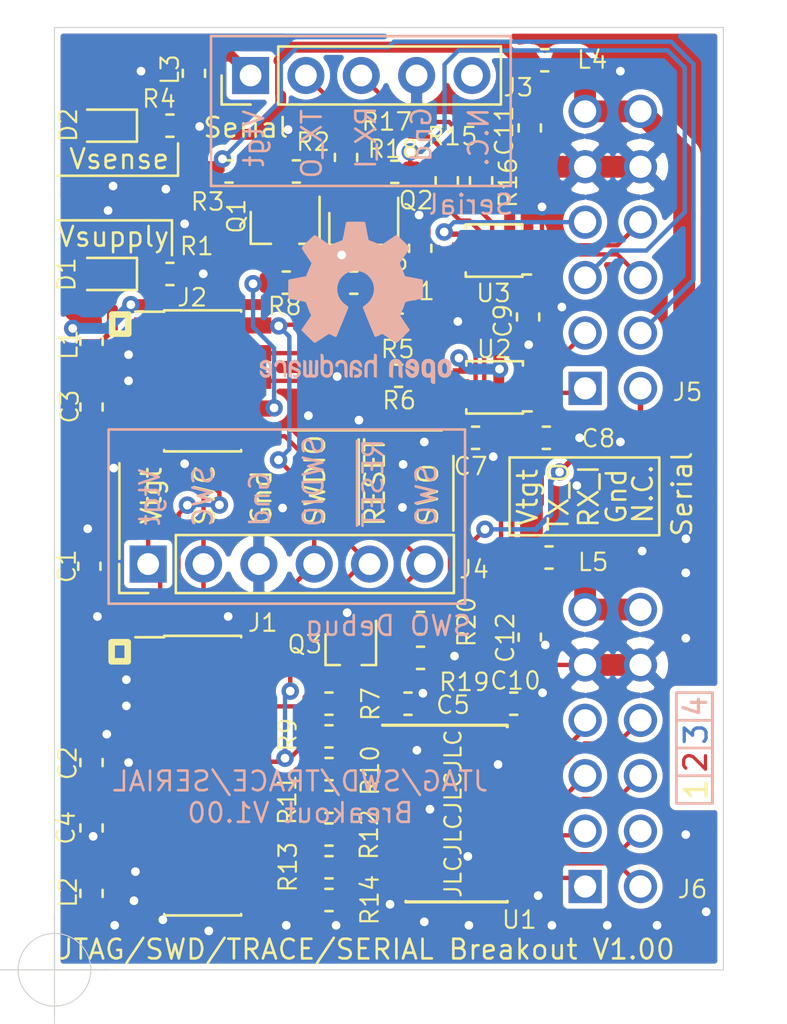
<source format=kicad_pcb>
(kicad_pcb (version 20171130) (host pcbnew 5.1.5+dfsg1-2build2)
  (layers (0 F.Cu signal) (31 B.Cu signal) (34 B.Paste user) (35 F.Paste user) (36 B.SilkS user) (37 F.SilkS user) (38 B.Mask user) (39 F.Mask user) (44 Edge.Cuts user))
  (net 0 "")
  (net 1 GND)
  (net 2 /TRACEDAT[3])
  (net 3 /TRACEDAT[2])
  (net 4 /TRACEDAT[1])
  (net 5 /TRACEDAT[0])
  (net 6 /TRACECLK)
  (net 7 /~RESET)
  (net 8 /TDO_SWO)
  (net 9 /TCK_SWCLK)
  (net 10 /TMS_SWDIO)
  (net 11 "Net-(Q1-Pad1)")
  (net 12 Vdrive)
  (net 13 +3V3)
  (net 14 "Net-(D1-Pad1)")
  (net 15 "Net-(D2-Pad1)")
  (net 16 VS)
  (net 17 /TDI)
  (net 18 "Net-(J3-Pad1)")
  (net 19 /TXD_OUT)
  (net 20 /RXD_IN)
  (net 21 "Net-(J5-Pad12)")
  (net 22 "Net-(Q2-Pad1)")
  (net 23 /~xRESET)
  (net 24 "Net-(Q3-Pad1)")
  (net 25 /xTMS_SWDIO)
  (net 26 /xTCK_SWCLK)
  (net 27 /xTDO_SWO)
  (net 28 /xTDI)
  (net 29 /xTRACECLK)
  (net 30 /xTRACEDAT0)
  (net 31 /xTRACEDAT1)
  (net 32 /xTRACEDAT2)
  (net 33 /xTRACEDAT3)
  (net 34 /xTXD_OUT)
  (net 35 /xRXD_IN)
  (net 36 /bxTCK_SWCLK)
  (net 37 /bxTXD_OUT)
  (net 38 /bxRXD_IN)
  (net 39 /bxTRACEDAT3)
  (net 40 /bxTRACEDAT1)
  (net 41 /bxTRACEDAT2)
  (net 42 /bxTRACECLK)
  (net 43 /bxTRACEDAT0)
  (net 44 /bxTDO_SWO)
  (net 45 /~bxRESET)
  (net 46 "Net-(C1-Pad2)")
  (net 47 "Net-(C3-Pad1)")
  (net 48 /RESETEN)
  (net 49 /~VSEN)
  (net 50 /~VDRIVEEN)
  (net 51 /bxTDI)
  (net 52 /MUXDIR)
  (net 53 /bxTMS_SWDIO)
  (module Symbol:OSHW-Logo2_9.8x8mm_SilkScreen (layer B.Cu) (at 167.52 48.42 180)
    (fp_text reference REF** hide)
    (fp_text value OSHW-Logo2_9.8x8mm_SilkScreen hide)
  )
  (module bob:pmod_pin_array_6x2 (layer F.Cu) (at 179.324 68.834 180)
    (fp_text reference J6 (at -3.6576 -6.477 180) (layer F.SilkS) (effects (font (size 0.8 0.8) (thickness 0.1))))
    (fp_text value PMOD2)
    (pad 1 thru_hole rect (at 1.27 -6.35 180) (size 1.524 1.524) (drill 1.016) (layers *.Cu *.Mask) (net 38 /bxRXD_IN))
    (pad 7 thru_hole circle (at -1.27 -6.35 90) (size 1.524 1.524) (drill 1.016) (layers *.Cu *.Mask) (net 39 /bxTRACEDAT3))
    (pad 2 thru_hole circle (at 1.27 -3.81 90) (size 1.524 1.524) (drill 1.016) (layers *.Cu *.Mask) (net 40 /bxTRACEDAT1))
    (pad 8 thru_hole circle (at -1.27 -3.81 90) (size 1.524 1.524) (drill 1.016) (layers *.Cu *.Mask) (net 41 /bxTRACEDAT2))
    (pad 3 thru_hole circle (at 1.27 -1.27 90) (size 1.524 1.524) (drill 1.016) (layers *.Cu *.Mask) (net 42 /bxTRACECLK))
    (pad 9 thru_hole circle (at -1.27 -1.27 90) (size 1.524 1.524) (drill 1.016) (layers *.Cu *.Mask) (net 43 /bxTRACEDAT0))
    (pad 4 thru_hole circle (at 1.27 1.27 90) (size 1.524 1.524) (drill 1.016) (layers *.Cu *.Mask) (net 44 /bxTDO_SWO))
    (pad 10 thru_hole circle (at -1.27 1.27 90) (size 1.524 1.524) (drill 1.016) (layers *.Cu *.Mask) (net 45 /~bxRESET))
    (pad 5 thru_hole circle (at 1.27 3.81 90) (size 1.524 1.524) (drill 1.016) (layers *.Cu *.Mask) (net 1 GND))
    (pad 11 thru_hole circle (at -1.27 3.81 90) (size 1.524 1.524) (drill 1.016) (layers *.Cu *.Mask) (net 1 GND))
    (pad 6 thru_hole circle (at 1.27 6.35 90) (size 1.524 1.524) (drill 1.016) (layers *.Cu *.Mask) (net 21 "Net-(J5-Pad12)"))
    (pad 12 thru_hole circle (at -1.27 6.35 90) (size 1.524 1.524) (drill 1.016) (layers *.Cu *.Mask) (net 21 "Net-(J5-Pad12)"))
  )
  (module bob:pmod_pin_array_6x2 (layer F.Cu) (at 179.324 45.994 180)
    (fp_text reference J5 (at -3.429 -6.5205 180) (layer F.SilkS) (effects (font (size 0.8 0.8) (thickness 0.1))))
    (fp_text value PMOD1)
    (pad 1 thru_hole rect (at 1.27 -6.35 180) (size 1.524 1.524) (drill 1.016) (layers *.Cu *.Mask) (net 37 /bxTXD_OUT))
    (pad 7 thru_hole circle (at -1.27 -6.35 90) (size 1.524 1.524) (drill 1.016) (layers *.Cu *.Mask) (net 48 /RESETEN))
    (pad 2 thru_hole circle (at 1.27 -3.81 90) (size 1.524 1.524) (drill 1.016) (layers *.Cu *.Mask) (net 36 /bxTCK_SWCLK))
    (pad 8 thru_hole circle (at -1.27 -3.81 90) (size 1.524 1.524) (drill 1.016) (layers *.Cu *.Mask) (net 49 /~VSEN))
    (pad 3 thru_hole circle (at 1.27 -1.27 90) (size 1.524 1.524) (drill 1.016) (layers *.Cu *.Mask) (net 50 /~VDRIVEEN))
    (pad 9 thru_hole circle (at -1.27 -1.27 90) (size 1.524 1.524) (drill 1.016) (layers *.Cu *.Mask) (net 51 /bxTDI))
    (pad 4 thru_hole circle (at 1.27 1.27 90) (size 1.524 1.524) (drill 1.016) (layers *.Cu *.Mask) (net 52 /MUXDIR))
    (pad 10 thru_hole circle (at -1.27 1.27 90) (size 1.524 1.524) (drill 1.016) (layers *.Cu *.Mask) (net 53 /bxTMS_SWDIO))
    (pad 5 thru_hole circle (at 1.27 3.81 90) (size 1.524 1.524) (drill 1.016) (layers *.Cu *.Mask) (net 1 GND))
    (pad 11 thru_hole circle (at -1.27 3.81 90) (size 1.524 1.524) (drill 1.016) (layers *.Cu *.Mask) (net 1 GND))
    (pad 6 thru_hole circle (at 1.27 6.35 90) (size 1.524 1.524) (drill 1.016) (layers *.Cu *.Mask) (net 21 "Net-(J5-Pad12)"))
    (pad 12 thru_hole circle (at -1.27 6.35 90) (size 1.524 1.524) (drill 1.016) (layers *.Cu *.Mask) (net 21 "Net-(J5-Pad12)"))
  )
  (module Connector_PinHeader_2.54mm:PinHeader_1x05_P2.54mm_Vertical (layer F.Cu) (at 162.7 38 90)
    (fp_text reference J3 (at -0.55 12.29 180) (layer F.SilkS) (effects (font (size 0.8 0.8) (thickness 0.1))))
    (fp_text value "SERIAL HEADER")
    (pad 5 thru_hole oval (at 0 10.16 90) (size 1.7 1.7) (drill 1) (layers *.Cu *.Mask))
    (pad 4 thru_hole oval (at 0 7.62 90) (size 1.7 1.7) (drill 1) (layers *.Cu *.Mask) (net 1 GND))
    (pad 3 thru_hole oval (at 0 5.08 90) (size 1.7 1.7) (drill 1) (layers *.Cu *.Mask) (net 20 /RXD_IN))
    (pad 2 thru_hole oval (at 0 2.54 90) (size 1.7 1.7) (drill 1) (layers *.Cu *.Mask) (net 19 /TXD_OUT))
    (pad 1 thru_hole rect (at 0 0 90) (size 1.7 1.7) (drill 1) (layers *.Cu *.Mask) (net 18 "Net-(J3-Pad1)"))
  )
  (module Package_SO:VSSOP-8_2.4x2.1mm_P0.5mm (layer F.Cu) (at 173.875 46.025 180)
    (fp_text reference U3 (at 0.025 -1.955) (layer F.SilkS) (effects (font (size 0.8 0.8) (thickness 0.1))))
    (fp_text value SN74LVC2T45DCUR)
    (pad 1 smd rect (at -1.55 -0.75 180) (size 0.75 0.25) (layers F.Cu F.Paste F.Mask) (net 13 +3V3))
    (pad 2 smd rect (at -1.55 -0.25 180) (size 0.75 0.25) (layers F.Cu F.Paste F.Mask) (net 51 /bxTDI))
    (pad 3 smd rect (at -1.55 0.25 180) (size 0.75 0.25) (layers F.Cu F.Paste F.Mask) (net 53 /bxTMS_SWDIO))
    (pad 4 smd rect (at -1.55 0.75 180) (size 0.75 0.25) (layers F.Cu F.Paste F.Mask) (net 1 GND))
    (pad 5 smd rect (at 1.55 0.75 180) (size 0.75 0.25) (layers F.Cu F.Paste F.Mask) (net 52 /MUXDIR))
    (pad 6 smd rect (at 1.55 0.25 180) (size 0.75 0.25) (layers F.Cu F.Paste F.Mask) (net 25 /xTMS_SWDIO))
    (pad 7 smd rect (at 1.55 -0.25 180) (size 0.75 0.25) (layers F.Cu F.Paste F.Mask) (net 28 /xTDI))
    (pad 8 smd rect (at 1.55 -0.75 180) (size 0.75 0.25) (layers F.Cu F.Paste F.Mask) (net 12 Vdrive))
  )
  (module Resistor_SMD:R_0603_1608Metric (layer F.Cu) (at 167.4368 47.498)
    (fp_text reference R21 (at 2.5632 0.392) (layer F.SilkS) (effects (font (size 0.8 0.8) (thickness 0.1))))
    (fp_text value 100K)
    (pad 2 smd roundrect (at 0.7875 0) (size 0.875 0.95) (layers F.Cu F.Paste F.Mask) (net 1 GND))
    (pad 1 smd roundrect (at -0.7875 0) (size 0.875 0.95) (layers F.Cu F.Paste F.Mask) (net 28 /xTDI))
  )
  (module Package_SO:VSSOP-8_2.4x2.1mm_P0.5mm (layer F.Cu) (at 173.9 52.3 180)
    (fp_text reference U2 (at 0.02 1.75) (layer F.SilkS) (effects (font (size 0.8 0.8) (thickness 0.1))))
    (fp_text value SN74LVC2T45DCUR)
    (pad 8 smd rect (at 1.55 -0.75 180) (size 0.75 0.25) (layers F.Cu F.Paste F.Mask) (net 12 Vdrive))
    (pad 7 smd rect (at 1.55 -0.25 180) (size 0.75 0.25) (layers F.Cu F.Paste F.Mask) (net 34 /xTXD_OUT))
    (pad 6 smd rect (at 1.55 0.25 180) (size 0.75 0.25) (layers F.Cu F.Paste F.Mask) (net 26 /xTCK_SWCLK))
    (pad 5 smd rect (at 1.55 0.75 180) (size 0.75 0.25) (layers F.Cu F.Paste F.Mask) (net 13 +3V3))
    (pad 4 smd rect (at -1.55 0.75 180) (size 0.75 0.25) (layers F.Cu F.Paste F.Mask) (net 1 GND))
    (pad 3 smd rect (at -1.55 0.25 180) (size 0.75 0.25) (layers F.Cu F.Paste F.Mask) (net 36 /bxTCK_SWCLK))
    (pad 2 smd rect (at -1.55 -0.25 180) (size 0.75 0.25) (layers F.Cu F.Paste F.Mask) (net 37 /bxTXD_OUT))
    (pad 1 smd rect (at -1.55 -0.75 180) (size 0.75 0.25) (layers F.Cu F.Paste F.Mask) (net 13 +3V3))
  )
  (module Resistor_SMD:R_0603_1608Metric (layer F.Cu) (at 164.8 42.4)
    (fp_text reference R2 (at 0.7699 -1.3536) (layer F.SilkS) (effects (font (size 0.8 0.8) (thickness 0.1))))
    (fp_text value 10K)
    (pad 2 smd roundrect (at 0.7875 0) (size 0.875 0.95) (layers F.Cu F.Paste F.Mask) (net 13 +3V3))
    (pad 1 smd roundrect (at -0.7875 0) (size 0.875 0.95) (layers F.Cu F.Paste F.Mask) (net 11 "Net-(Q1-Pad1)"))
  )
  (module LED_SMD:LED_0603_1608Metric (layer F.Cu) (at 156 40.3 180)
    (fp_text reference D2 (at 1.67 0.0283 90) (layer F.SilkS) (effects (font (size 0.8 0.8) (thickness 0.1))))
    (fp_text value LED)
    (pad 2 smd roundrect (at 0.7875 0 180) (size 0.875 0.95) (layers F.Cu F.Paste F.Mask) (net 12 Vdrive))
    (pad 1 smd roundrect (at -0.7875 0 180) (size 0.875 0.95) (layers F.Cu F.Paste F.Mask) (net 15 "Net-(D2-Pad1)"))
  )
  (module Resistor_SMD:R_0603_1608Metric (layer F.Cu) (at 173.2788 42.8244 90)
    (fp_text reference R16 (at -0.0956 1.2412 90) (layer F.SilkS) (effects (font (size 0.8 0.8) (thickness 0.1))))
    (fp_text value 100R)
    (pad 1 smd roundrect (at -0.7875 0 90) (size 0.875 0.95) (layers F.Cu F.Paste F.Mask) (net 35 /xRXD_IN))
    (pad 2 smd roundrect (at 0.7875 0 90) (size 0.875 0.95) (layers F.Cu F.Paste F.Mask) (net 20 /RXD_IN))
  )
  (module Resistor_SMD:R_0603_1608Metric (layer F.Cu) (at 169.5196 49.4284 180)
    (fp_text reference R5 (at 0.0696 -1.1216) (layer F.SilkS) (effects (font (size 0.8 0.8) (thickness 0.1))))
    (fp_text value 100R)
    (pad 1 smd roundrect (at -0.7875 0 180) (size 0.875 0.95) (layers F.Cu F.Paste F.Mask) (net 25 /xTMS_SWDIO))
    (pad 2 smd roundrect (at 0.7875 0 180) (size 0.875 0.95) (layers F.Cu F.Paste F.Mask) (net 10 /TMS_SWDIO))
  )
  (module Connector_PinHeader_2.54mm:PinHeader_1x06_P2.54mm_Vertical (layer F.Cu) (at 158 60.4 90)
    (fp_text reference J4 (at -0.2425 14.9613 180) (layer F.SilkS) (effects (font (size 0.8 0.8) (thickness 0.1))))
    (fp_text value "DISCO HEADER")
    (pad 6 thru_hole oval (at 0 12.7 90) (size 1.7 1.7) (drill 1) (layers *.Cu *.Mask) (net 8 /TDO_SWO))
    (pad 5 thru_hole oval (at 0 10.16 90) (size 1.7 1.7) (drill 1) (layers *.Cu *.Mask) (net 7 /~RESET))
    (pad 4 thru_hole oval (at 0 7.62 90) (size 1.7 1.7) (drill 1) (layers *.Cu *.Mask) (net 10 /TMS_SWDIO))
    (pad 3 thru_hole oval (at 0 5.08 90) (size 1.7 1.7) (drill 1) (layers *.Cu *.Mask) (net 1 GND))
    (pad 2 thru_hole oval (at 0 2.54 90) (size 1.7 1.7) (drill 1) (layers *.Cu *.Mask) (net 9 /TCK_SWCLK))
    (pad 1 thru_hole rect (at 0 0 90) (size 1.7 1.7) (drill 1) (layers *.Cu *.Mask) (net 47 "Net-(C3-Pad1)"))
  )
  (module Inductor_SMD:L_0603_1608Metric (layer F.Cu) (at 176.2 37.3)
    (fp_text reference L4 (at 2.18 -0.02) (layer F.SilkS) (effects (font (size 0.8 0.8) (thickness 0.1))))
    (fp_text value CBG160808U301T)
    (pad 2 smd roundrect (at 0.7875 0) (size 0.875 0.95) (layers F.Cu F.Paste F.Mask) (net 21 "Net-(J5-Pad12)"))
    (pad 1 smd roundrect (at -0.7875 0) (size 0.875 0.95) (layers F.Cu F.Paste F.Mask) (net 13 +3V3))
  )
  (module Inductor_SMD:L_0603_1608Metric (layer F.Cu) (at 176.4 60.1)
    (fp_text reference L5 (at 2.02 0.21) (layer F.SilkS) (effects (font (size 0.8 0.8) (thickness 0.1))))
    (fp_text value CBG160808U301T)
    (pad 2 smd roundrect (at 0.7875 0) (size 0.875 0.95) (layers F.Cu F.Paste F.Mask) (net 21 "Net-(J5-Pad12)"))
    (pad 1 smd roundrect (at -0.7875 0) (size 0.875 0.95) (layers F.Cu F.Paste F.Mask) (net 13 +3V3))
  )
  (module Package_SO:TSSOP-24_4.4x7.8mm_P0.65mm (layer F.Cu) (at 172.156 71.863)
    (fp_text reference U1 (at 2.8754 4.845) (layer F.SilkS) (effects (font (size 0.8 0.8) (thickness 0.1))))
    (fp_text value 74LVCH8T245)
    (pad 1 smd rect (at -2.85 -3.575) (size 1.1 0.4) (layers F.Cu F.Paste F.Mask) (net 12 Vdrive))
    (pad 2 smd rect (at -2.85 -2.925) (size 1.1 0.4) (layers F.Cu F.Paste F.Mask) (net 1 GND))
    (pad 3 smd rect (at -2.85 -2.275) (size 1.1 0.4) (layers F.Cu F.Paste F.Mask) (net 27 /xTDO_SWO))
    (pad 4 smd rect (at -2.85 -1.625) (size 1.1 0.4) (layers F.Cu F.Paste F.Mask) (net 23 /~xRESET))
    (pad 5 smd rect (at -2.85 -0.975) (size 1.1 0.4) (layers F.Cu F.Paste F.Mask) (net 29 /xTRACECLK))
    (pad 6 smd rect (at -2.85 -0.325) (size 1.1 0.4) (layers F.Cu F.Paste F.Mask) (net 30 /xTRACEDAT0))
    (pad 7 smd rect (at -2.85 0.325) (size 1.1 0.4) (layers F.Cu F.Paste F.Mask) (net 31 /xTRACEDAT1))
    (pad 8 smd rect (at -2.85 0.975) (size 1.1 0.4) (layers F.Cu F.Paste F.Mask) (net 32 /xTRACEDAT2))
    (pad 9 smd rect (at -2.85 1.625) (size 1.1 0.4) (layers F.Cu F.Paste F.Mask) (net 33 /xTRACEDAT3))
    (pad 10 smd rect (at -2.85 2.275) (size 1.1 0.4) (layers F.Cu F.Paste F.Mask) (net 35 /xRXD_IN))
    (pad 11 smd rect (at -2.85 2.925) (size 1.1 0.4) (layers F.Cu F.Paste F.Mask) (net 1 GND))
    (pad 12 smd rect (at -2.85 3.575) (size 1.1 0.4) (layers F.Cu F.Paste F.Mask) (net 1 GND))
    (pad 13 smd rect (at 2.85 3.575) (size 1.1 0.4) (layers F.Cu F.Paste F.Mask) (net 1 GND))
    (pad 14 smd rect (at 2.85 2.925) (size 1.1 0.4) (layers F.Cu F.Paste F.Mask) (net 38 /bxRXD_IN))
    (pad 15 smd rect (at 2.85 2.275) (size 1.1 0.4) (layers F.Cu F.Paste F.Mask) (net 39 /bxTRACEDAT3))
    (pad 16 smd rect (at 2.85 1.625) (size 1.1 0.4) (layers F.Cu F.Paste F.Mask) (net 41 /bxTRACEDAT2))
    (pad 17 smd rect (at 2.85 0.975) (size 1.1 0.4) (layers F.Cu F.Paste F.Mask) (net 40 /bxTRACEDAT1))
    (pad 18 smd rect (at 2.85 0.325) (size 1.1 0.4) (layers F.Cu F.Paste F.Mask) (net 43 /bxTRACEDAT0))
    (pad 19 smd rect (at 2.85 -0.325) (size 1.1 0.4) (layers F.Cu F.Paste F.Mask) (net 42 /bxTRACECLK))
    (pad 20 smd rect (at 2.85 -0.975) (size 1.1 0.4) (layers F.Cu F.Paste F.Mask) (net 45 /~bxRESET))
    (pad 21 smd rect (at 2.85 -1.625) (size 1.1 0.4) (layers F.Cu F.Paste F.Mask) (net 44 /bxTDO_SWO))
    (pad 22 smd rect (at 2.85 -2.275) (size 1.1 0.4) (layers F.Cu F.Paste F.Mask) (net 1 GND))
    (pad 23 smd rect (at 2.85 -2.925) (size 1.1 0.4) (layers F.Cu F.Paste F.Mask) (net 13 +3V3))
    (pad 24 smd rect (at 2.85 -3.575) (size 1.1 0.4) (layers F.Cu F.Paste F.Mask) (net 13 +3V3))
  )
  (module Capacitor_SMD:C_0603_1608Metric (layer F.Cu) (at 155.4 69.5 90)
    (fp_text reference C2 (at -0.0325 -1.095 90) (layer F.SilkS) (effects (font (size 0.8 0.8) (thickness 0.1))))
    (fp_text value 10nF)
    (pad 2 smd roundrect (at 0.7875 0 90) (size 0.875 0.95) (layers F.Cu F.Paste F.Mask) (net 1 GND))
    (pad 1 smd roundrect (at -0.7875 0 90) (size 0.875 0.95) (layers F.Cu F.Paste F.Mask) (net 46 "Net-(C1-Pad2)"))
  )
  (module Capacitor_SMD:C_0603_1608Metric (layer F.Cu) (at 155.4 72.5 90)
    (fp_text reference C4 (at 0.0084 -1.1712 90) (layer F.SilkS) (effects (font (size 0.8 0.8) (thickness 0.1))))
    (fp_text value 10nF)
    (pad 1 smd roundrect (at -0.7875 0 90) (size 0.875 0.95) (layers F.Cu F.Paste F.Mask) (net 1 GND))
    (pad 2 smd roundrect (at 0.7875 0 90) (size 0.875 0.95) (layers F.Cu F.Paste F.Mask) (net 46 "Net-(C1-Pad2)"))
  )
  (module Capacitor_SMD:C_0603_1608Metric (layer F.Cu) (at 173.0248 54.61)
    (fp_text reference C7 (at -0.2248 1.31) (layer F.SilkS) (effects (font (size 0.8 0.8) (thickness 0.1))))
    (fp_text value 100nF)
    (pad 1 smd roundrect (at -0.7875 0) (size 0.875 0.95) (layers F.Cu F.Paste F.Mask) (net 12 Vdrive))
    (pad 2 smd roundrect (at 0.7875 0) (size 0.875 0.95) (layers F.Cu F.Paste F.Mask) (net 1 GND))
  )
  (module Capacitor_SMD:C_0603_1608Metric (layer F.Cu) (at 169.926 66.802)
    (fp_text reference C5 (at 2.064 0.058) (layer F.SilkS) (effects (font (size 0.8 0.8) (thickness 0.1))))
    (fp_text value 100nF)
    (pad 2 smd roundrect (at 0.7875 0) (size 0.875 0.95) (layers F.Cu F.Paste F.Mask) (net 1 GND))
    (pad 1 smd roundrect (at -0.7875 0) (size 0.875 0.95) (layers F.Cu F.Paste F.Mask) (net 12 Vdrive))
  )
  (module Capacitor_SMD:C_0603_1608Metric (layer F.Cu) (at 170.4848 45.9232 270)
    (fp_text reference C6 (at 0.6068 1.3148 180) (layer F.SilkS) (effects (font (size 0.8 0.8) (thickness 0.1))))
    (fp_text value 100nF)
    (pad 1 smd roundrect (at -0.7875 0 270) (size 0.875 0.95) (layers F.Cu F.Paste F.Mask) (net 1 GND))
    (pad 2 smd roundrect (at 0.7875 0 270) (size 0.875 0.95) (layers F.Cu F.Paste F.Mask) (net 12 Vdrive))
  )
  (module Capacitor_SMD:C_0603_1608Metric (layer F.Cu) (at 174.7775 66.802 180)
    (fp_text reference C10 (at -0.0761 1.0541) (layer F.SilkS) (effects (font (size 0.8 0.8) (thickness 0.1))))
    (fp_text value 100nF)
    (pad 1 smd roundrect (at -0.7875 0 180) (size 0.875 0.95) (layers F.Cu F.Paste F.Mask) (net 1 GND))
    (pad 2 smd roundrect (at 0.7875 0 180) (size 0.875 0.95) (layers F.Cu F.Paste F.Mask) (net 13 +3V3))
  )
  (module Capacitor_SMD:C_0603_1608Metric (layer F.Cu) (at 175.4378 49.0728 90)
    (fp_text reference C9 (at -0.1772 -1.1578 270) (layer F.SilkS) (effects (font (size 0.8 0.8) (thickness 0.1))))
    (fp_text value 100nF)
    (pad 2 smd roundrect (at 0.7875 0 90) (size 0.875 0.95) (layers F.Cu F.Paste F.Mask) (net 13 +3V3))
    (pad 1 smd roundrect (at -0.7875 0 90) (size 0.875 0.95) (layers F.Cu F.Paste F.Mask) (net 1 GND))
  )
  (module Capacitor_SMD:C_0603_1608Metric (layer F.Cu) (at 176.276 54.61 180)
    (fp_text reference C8 (at -2.384 -0.03) (layer F.SilkS) (effects (font (size 0.8 0.8) (thickness 0.1))))
    (fp_text value 100nF)
    (pad 1 smd roundrect (at -0.7875 0 180) (size 0.875 0.95) (layers F.Cu F.Paste F.Mask) (net 1 GND))
    (pad 2 smd roundrect (at 0.7875 0 180) (size 0.875 0.95) (layers F.Cu F.Paste F.Mask) (net 13 +3V3))
  )
  (module Capacitor_SMD:C_0603_1608Metric (layer F.Cu) (at 155.3 60.5 270)
    (fp_text reference C1 (at 0 1.03 90) (layer F.SilkS) (effects (font (size 0.8 0.8) (thickness 0.1))))
    (fp_text value 10uF)
    (pad 1 smd roundrect (at -0.7875 0 270) (size 0.875 0.95) (layers F.Cu F.Paste F.Mask) (net 1 GND))
    (pad 2 smd roundrect (at 0.7875 0 270) (size 0.875 0.95) (layers F.Cu F.Paste F.Mask) (net 46 "Net-(C1-Pad2)"))
  )
  (module Capacitor_SMD:C_0603_1608Metric (layer F.Cu) (at 155.4 53.2 270)
    (fp_text reference C3 (at -0.02 1 90) (layer F.SilkS) (effects (font (size 0.8 0.8) (thickness 0.1))))
    (fp_text value 10uF)
    (pad 2 smd roundrect (at 0.7875 0 270) (size 0.875 0.95) (layers F.Cu F.Paste F.Mask) (net 1 GND))
    (pad 1 smd roundrect (at -0.7875 0 270) (size 0.875 0.95) (layers F.Cu F.Paste F.Mask) (net 47 "Net-(C3-Pad1)"))
  )
  (module Capacitor_SMD:C_0603_1608Metric (layer F.Cu) (at 175.514 40.406 270)
    (fp_text reference C11 (at 0.124 1.174 90) (layer F.SilkS) (effects (font (size 0.8 0.8) (thickness 0.1))))
    (fp_text value 10uF)
    (pad 2 smd roundrect (at 0.7875 0 270) (size 0.875 0.95) (layers F.Cu F.Paste F.Mask) (net 1 GND))
    (pad 1 smd roundrect (at -0.7875 0 270) (size 0.875 0.95) (layers F.Cu F.Paste F.Mask) (net 13 +3V3))
  )
  (module Capacitor_SMD:C_0603_1608Metric (layer F.Cu) (at 175.514 63.754 270)
    (fp_text reference C12 (at 0.026 1.124 270) (layer F.SilkS) (effects (font (size 0.8 0.8) (thickness 0.1))))
    (fp_text value 10uF)
    (pad 1 smd roundrect (at -0.7875 0 270) (size 0.875 0.95) (layers F.Cu F.Paste F.Mask) (net 13 +3V3))
    (pad 2 smd roundrect (at 0.7875 0 270) (size 0.875 0.95) (layers F.Cu F.Paste F.Mask) (net 1 GND))
  )
  (module LED_SMD:LED_0603_1608Metric (layer F.Cu) (at 156 47.1 180)
    (fp_text reference D1 (at 1.7458 -0.017 270) (layer F.SilkS) (effects (font (size 0.8 0.8) (thickness 0.1))))
    (fp_text value LED)
    (pad 1 smd roundrect (at -0.7875 0 180) (size 0.875 0.95) (layers F.Cu F.Paste F.Mask) (net 14 "Net-(D1-Pad1)"))
    (pad 2 smd roundrect (at 0.7875 0 180) (size 0.875 0.95) (layers F.Cu F.Paste F.Mask) (net 16 VS))
  )
  (module Fiducial:Fiducial_0.75mm_Mask1.5mm (layer F.Cu) (at 155.7 37.6)
    (fp_text reference FID1 hide)
    (fp_text value Fiducial)
    (pad "" smd circle (at 0 0) (size 0.75 0.75) (layers F.Cu F.Mask) (clearance 0.375))
  )
  (module Fiducial:Fiducial_0.75mm_Mask1.5mm (layer F.Cu) (at 183.1 77.5)
    (fp_text reference FID2 hide)
    (fp_text value Fiducial)
    (pad "" smd circle (at 0 0) (size 0.75 0.75) (layers F.Cu F.Mask) (clearance 0.375))
  )
  (module Connector_PinHeader_1.27mm:PinHeader_2x10_P1.27mm_Vertical_SMD (layer F.Cu) (at 160.5 70.1)
    (fp_text reference J1 (at 2.7585 -7.0064) (layer F.SilkS) (effects (font (size 0.8 0.8) (thickness 0.1))))
    (fp_text value "DEBUG+TRACE HEADER")
    (pad 1 smd rect (at -1.95 -5.715) (size 2.4 0.74) (layers F.Cu F.Paste F.Mask) (net 47 "Net-(C3-Pad1)"))
    (pad 2 smd rect (at 1.95 -5.715) (size 2.4 0.74) (layers F.Cu F.Paste F.Mask) (net 10 /TMS_SWDIO))
    (pad 3 smd rect (at -1.95 -4.445) (size 2.4 0.74) (layers F.Cu F.Paste F.Mask) (net 1 GND))
    (pad 4 smd rect (at 1.95 -4.445) (size 2.4 0.74) (layers F.Cu F.Paste F.Mask) (net 9 /TCK_SWCLK))
    (pad 5 smd rect (at -1.95 -3.175) (size 2.4 0.74) (layers F.Cu F.Paste F.Mask) (net 1 GND))
    (pad 6 smd rect (at 1.95 -3.175) (size 2.4 0.74) (layers F.Cu F.Paste F.Mask) (net 8 /TDO_SWO))
    (pad 7 smd rect (at -1.95 -1.905) (size 2.4 0.74) (layers F.Cu F.Paste F.Mask))
    (pad 8 smd rect (at 1.95 -1.905) (size 2.4 0.74) (layers F.Cu F.Paste F.Mask) (net 17 /TDI))
    (pad 9 smd rect (at -1.95 -0.635) (size 2.4 0.74) (layers F.Cu F.Paste F.Mask) (net 1 GND))
    (pad 10 smd rect (at 1.95 -0.635) (size 2.4 0.74) (layers F.Cu F.Paste F.Mask) (net 7 /~RESET))
    (pad 11 smd rect (at -1.95 0.635) (size 2.4 0.74) (layers F.Cu F.Paste F.Mask) (net 46 "Net-(C1-Pad2)"))
    (pad 12 smd rect (at 1.95 0.635) (size 2.4 0.74) (layers F.Cu F.Paste F.Mask) (net 6 /TRACECLK))
    (pad 13 smd rect (at -1.95 1.905) (size 2.4 0.74) (layers F.Cu F.Paste F.Mask) (net 46 "Net-(C1-Pad2)"))
    (pad 14 smd rect (at 1.95 1.905) (size 2.4 0.74) (layers F.Cu F.Paste F.Mask) (net 5 /TRACEDAT[0]))
    (pad 15 smd rect (at -1.95 3.175) (size 2.4 0.74) (layers F.Cu F.Paste F.Mask) (net 1 GND))
    (pad 16 smd rect (at 1.95 3.175) (size 2.4 0.74) (layers F.Cu F.Paste F.Mask) (net 4 /TRACEDAT[1]))
    (pad 17 smd rect (at -1.95 4.445) (size 2.4 0.74) (layers F.Cu F.Paste F.Mask) (net 1 GND))
    (pad 18 smd rect (at 1.95 4.445) (size 2.4 0.74) (layers F.Cu F.Paste F.Mask) (net 3 /TRACEDAT[2]))
    (pad 19 smd rect (at -1.95 5.715) (size 2.4 0.74) (layers F.Cu F.Paste F.Mask) (net 1 GND))
    (pad 20 smd rect (at 1.95 5.715) (size 2.4 0.74) (layers F.Cu F.Paste F.Mask) (net 2 /TRACEDAT[3]))
  )
  (module Connector_PinHeader_1.27mm:PinHeader_2x05_P1.27mm_Vertical_SMD (layer F.Cu) (at 160.5 52)
    (fp_text reference J2 (at -0.48 -3.82) (layer F.SilkS) (effects (font (size 0.8 0.8) (thickness 0.1))))
    (fp_text value "DEBUG HEADER")
    (pad 1 smd rect (at -1.95 -2.54) (size 2.4 0.74) (layers F.Cu F.Paste F.Mask) (net 47 "Net-(C3-Pad1)"))
    (pad 2 smd rect (at 1.95 -2.54) (size 2.4 0.74) (layers F.Cu F.Paste F.Mask) (net 10 /TMS_SWDIO))
    (pad 3 smd rect (at -1.95 -1.27) (size 2.4 0.74) (layers F.Cu F.Paste F.Mask) (net 1 GND))
    (pad 4 smd rect (at 1.95 -1.27) (size 2.4 0.74) (layers F.Cu F.Paste F.Mask) (net 9 /TCK_SWCLK))
    (pad 5 smd rect (at -1.95 0) (size 2.4 0.74) (layers F.Cu F.Paste F.Mask) (net 1 GND))
    (pad 6 smd rect (at 1.95 0) (size 2.4 0.74) (layers F.Cu F.Paste F.Mask) (net 8 /TDO_SWO))
    (pad 7 smd rect (at -1.95 1.27) (size 2.4 0.74) (layers F.Cu F.Paste F.Mask))
    (pad 8 smd rect (at 1.95 1.27) (size 2.4 0.74) (layers F.Cu F.Paste F.Mask) (net 17 /TDI))
    (pad 9 smd rect (at -1.95 2.54) (size 2.4 0.74) (layers F.Cu F.Paste F.Mask) (net 1 GND))
    (pad 10 smd rect (at 1.95 2.54) (size 2.4 0.74) (layers F.Cu F.Paste F.Mask) (net 7 /~RESET))
  )
  (module Inductor_SMD:L_0603_1608Metric (layer F.Cu) (at 155.4 50.1875 270)
    (fp_text reference L1 (at 0.1525 1.05 90) (layer F.SilkS) (effects (font (size 0.8 0.8) (thickness 0.1))))
    (fp_text value CBG160808U301T)
    (pad 1 smd roundrect (at -0.7875 0 270) (size 0.875 0.95) (layers F.Cu F.Paste F.Mask) (net 12 Vdrive))
    (pad 2 smd roundrect (at 0.7875 0 270) (size 0.875 0.95) (layers F.Cu F.Paste F.Mask) (net 47 "Net-(C3-Pad1)"))
  )
  (module Inductor_SMD:L_0603_1608Metric (layer F.Cu) (at 155.4 75.5 270)
    (fp_text reference L2 (at -0.0493 1.0823 90) (layer F.SilkS) (effects (font (size 0.8 0.8) (thickness 0.1))))
    (fp_text value CBG160808U301T)
    (pad 1 smd roundrect (at -0.7875 0 270) (size 0.875 0.95) (layers F.Cu F.Paste F.Mask) (net 16 VS))
    (pad 2 smd roundrect (at 0.7875 0 270) (size 0.875 0.95) (layers F.Cu F.Paste F.Mask) (net 46 "Net-(C1-Pad2)"))
  )
  (module Inductor_SMD:L_0603_1608Metric (layer F.Cu) (at 160.1 37.9 270)
    (fp_text reference L3 (at -0.17 1.1 270) (layer F.SilkS) (effects (font (size 0.8 0.8) (thickness 0.1))))
    (fp_text value CBG160808U301T)
    (pad 1 smd roundrect (at -0.7875 0 270) (size 0.875 0.95) (layers F.Cu F.Paste F.Mask) (net 18 "Net-(J3-Pad1)"))
    (pad 2 smd roundrect (at 0.7875 0 270) (size 0.875 0.95) (layers F.Cu F.Paste F.Mask) (net 12 Vdrive))
  )
  (module Package_TO_SOT_SMD:SOT-23 (layer F.Cu) (at 164.2872 44.958 270)
    (fp_text reference Q1 (at -0.508 2.2352 270) (layer F.SilkS) (effects (font (size 0.8 0.8) (thickness 0.1))))
    (fp_text value Si2301CDS)
    (pad 3 smd rect (at 1 0 270) (size 0.9 0.8) (layers F.Cu F.Paste F.Mask) (net 16 VS))
    (pad 2 smd rect (at -1 0.95 270) (size 0.9 0.8) (layers F.Cu F.Paste F.Mask) (net 13 +3V3))
    (pad 1 smd rect (at -1 -0.95 270) (size 0.9 0.8) (layers F.Cu F.Paste F.Mask) (net 11 "Net-(Q1-Pad1)"))
  )
  (module Package_TO_SOT_SMD:SOT-323_SC-70 (layer F.Cu) (at 167.3 64.3 270)
    (fp_text reference Q3 (at -0.2158 2.1111 180) (layer F.SilkS) (effects (font (size 0.8 0.8) (thickness 0.1))))
    (fp_text value DMG1012UW)
    (pad 1 smd rect (at -1 -0.65 180) (size 0.45 0.7) (layers F.Cu F.Paste F.Mask) (net 24 "Net-(Q3-Pad1)"))
    (pad 2 smd rect (at -1 0.65 180) (size 0.45 0.7) (layers F.Cu F.Paste F.Mask) (net 1 GND))
    (pad 3 smd rect (at 1 0 180) (size 0.45 0.7) (layers F.Cu F.Paste F.Mask) (net 23 /~xRESET))
  )
  (module Package_TO_SOT_SMD:SOT-23 (layer F.Cu) (at 167.894 45.0088 270)
    (fp_text reference Q2 (at -1.2827 -2.4003 180) (layer F.SilkS) (effects (font (size 0.8 0.8) (thickness 0.1))))
    (fp_text value Si2301CDS)
    (pad 1 smd rect (at -1 -0.95 270) (size 0.9 0.8) (layers F.Cu F.Paste F.Mask) (net 22 "Net-(Q2-Pad1)"))
    (pad 2 smd rect (at -1 0.95 270) (size 0.9 0.8) (layers F.Cu F.Paste F.Mask) (net 13 +3V3))
    (pad 3 smd rect (at 1 0 270) (size 0.9 0.8) (layers F.Cu F.Paste F.Mask) (net 12 Vdrive))
  )
  (module Resistor_SMD:R_0603_1608Metric (layer F.Cu) (at 159 40.3 180)
    (fp_text reference R4 (at 0.5 1.23) (layer F.SilkS) (effects (font (size 0.8 0.8) (thickness 0.1))))
    (fp_text value 1K)
    (pad 1 smd roundrect (at -0.7875 0 180) (size 0.875 0.95) (layers F.Cu F.Paste F.Mask) (net 1 GND))
    (pad 2 smd roundrect (at 0.7875 0 180) (size 0.875 0.95) (layers F.Cu F.Paste F.Mask) (net 15 "Net-(D2-Pad1)"))
  )
  (module Resistor_SMD:R_0603_1608Metric (layer F.Cu) (at 161.7125 42.4)
    (fp_text reference R3 (at -0.9813 1.3896) (layer F.SilkS) (effects (font (size 0.8 0.8) (thickness 0.1))))
    (fp_text value 100R)
    (pad 1 smd roundrect (at -0.7875 0) (size 0.875 0.95) (layers F.Cu F.Paste F.Mask) (net 49 /~VSEN))
    (pad 2 smd roundrect (at 0.7875 0) (size 0.875 0.95) (layers F.Cu F.Paste F.Mask) (net 11 "Net-(Q1-Pad1)"))
  )
  (module Resistor_SMD:R_0603_1608Metric (layer F.Cu) (at 169.4941 51.7652 180)
    (fp_text reference R6 (at -0.0259 -1.1348) (layer F.SilkS) (effects (font (size 0.8 0.8) (thickness 0.1))))
    (fp_text value 100R)
    (pad 2 smd roundrect (at 0.7875 0 180) (size 0.875 0.95) (layers F.Cu F.Paste F.Mask) (net 9 /TCK_SWCLK))
    (pad 1 smd roundrect (at -0.7875 0 180) (size 0.875 0.95) (layers F.Cu F.Paste F.Mask) (net 26 /xTCK_SWCLK))
  )
  (module Resistor_SMD:R_0603_1608Metric (layer F.Cu) (at 166.3 66.8 180)
    (fp_text reference R7 (at -1.91 -0.02 90) (layer F.SilkS) (effects (font (size 0.8 0.8) (thickness 0.1))))
    (fp_text value 100R)
    (pad 2 smd roundrect (at 0.7875 0 180) (size 0.875 0.95) (layers F.Cu F.Paste F.Mask) (net 8 /TDO_SWO))
    (pad 1 smd roundrect (at -0.7875 0 180) (size 0.875 0.95) (layers F.Cu F.Paste F.Mask) (net 27 /xTDO_SWO))
  )
  (module Resistor_SMD:R_0603_1608Metric (layer F.Cu) (at 164.338 47.498 180)
    (fp_text reference R8 (at 0.068 -1.082) (layer F.SilkS) (effects (font (size 0.8 0.8) (thickness 0.1))))
    (fp_text value 100R)
    (pad 1 smd roundrect (at -0.7875 0 180) (size 0.875 0.95) (layers F.Cu F.Paste F.Mask) (net 28 /xTDI))
    (pad 2 smd roundrect (at 0.7875 0 180) (size 0.875 0.95) (layers F.Cu F.Paste F.Mask) (net 17 /TDI))
  )
  (module Resistor_SMD:R_0603_1608Metric (layer F.Cu) (at 166.3 68.3 180)
    (fp_text reference R9 (at 1.8985 0.0756 90) (layer F.SilkS) (effects (font (size 0.8 0.8) (thickness 0.1))))
    (fp_text value 100R)
    (pad 1 smd roundrect (at -0.7875 0 180) (size 0.875 0.95) (layers F.Cu F.Paste F.Mask) (net 23 /~xRESET))
    (pad 2 smd roundrect (at 0.7875 0 180) (size 0.875 0.95) (layers F.Cu F.Paste F.Mask) (net 7 /~RESET))
  )
  (module Resistor_SMD:R_0603_1608Metric (layer F.Cu) (at 166.3 69.8 180)
    (fp_text reference R10 (at -1.89 -0.0627 90) (layer F.SilkS) (effects (font (size 0.8 0.8) (thickness 0.1))))
    (fp_text value 100R)
    (pad 2 smd roundrect (at 0.7875 0 180) (size 0.875 0.95) (layers F.Cu F.Paste F.Mask) (net 6 /TRACECLK))
    (pad 1 smd roundrect (at -0.7875 0 180) (size 0.875 0.95) (layers F.Cu F.Paste F.Mask) (net 29 /xTRACECLK))
  )
  (module Resistor_SMD:R_0603_1608Metric (layer F.Cu) (at 166.3 71.3 180)
    (fp_text reference R11 (at 1.9112 0.0911 90) (layer F.SilkS) (effects (font (size 0.8 0.8) (thickness 0.1))))
    (fp_text value 100R)
    (pad 1 smd roundrect (at -0.7875 0 180) (size 0.875 0.95) (layers F.Cu F.Paste F.Mask) (net 30 /xTRACEDAT0))
    (pad 2 smd roundrect (at 0.7875 0 180) (size 0.875 0.95) (layers F.Cu F.Paste F.Mask) (net 5 /TRACEDAT[0]))
  )
  (module Resistor_SMD:R_0603_1608Metric (layer F.Cu) (at 166.3 72.8 180)
    (fp_text reference R12 (at -1.84 -0.01 90) (layer F.SilkS) (effects (font (size 0.8 0.8) (thickness 0.1))))
    (fp_text value 100R)
    (pad 1 smd roundrect (at -0.7875 0 180) (size 0.875 0.95) (layers F.Cu F.Paste F.Mask) (net 31 /xTRACEDAT1))
    (pad 2 smd roundrect (at 0.7875 0 180) (size 0.875 0.95) (layers F.Cu F.Paste F.Mask) (net 4 /TRACEDAT[1]))
  )
  (module Resistor_SMD:R_0603_1608Metric (layer F.Cu) (at 166.3 74.3 180)
    (fp_text reference R13 (at 1.8858 0.005 90) (layer F.SilkS) (effects (font (size 0.8 0.8) (thickness 0.1))))
    (fp_text value 100R)
    (pad 2 smd roundrect (at 0.7875 0 180) (size 0.875 0.95) (layers F.Cu F.Paste F.Mask) (net 3 /TRACEDAT[2]))
    (pad 1 smd roundrect (at -0.7875 0 180) (size 0.875 0.95) (layers F.Cu F.Paste F.Mask) (net 32 /xTRACEDAT2))
  )
  (module Resistor_SMD:R_0603_1608Metric (layer F.Cu) (at 166.3 75.8 180)
    (fp_text reference R14 (at -1.87 0 90) (layer F.SilkS) (effects (font (size 0.8 0.8) (thickness 0.1))))
    (fp_text value 100R)
    (pad 1 smd roundrect (at -0.7875 0 180) (size 0.875 0.95) (layers F.Cu F.Paste F.Mask) (net 33 /xTRACEDAT3))
    (pad 2 smd roundrect (at 0.7875 0 180) (size 0.875 0.95) (layers F.Cu F.Paste F.Mask) (net 2 /TRACEDAT[3]))
  )
  (module Resistor_SMD:R_0603_1608Metric (layer F.Cu) (at 171.704 42.8244 90)
    (fp_text reference R15 (at 2.032 0.254 180) (layer F.SilkS) (effects (font (size 0.8 0.8) (thickness 0.1))))
    (fp_text value 100R)
    (pad 2 smd roundrect (at 0.7875 0 90) (size 0.875 0.95) (layers F.Cu F.Paste F.Mask) (net 19 /TXD_OUT))
    (pad 1 smd roundrect (at -0.7875 0 90) (size 0.875 0.95) (layers F.Cu F.Paste F.Mask) (net 34 /xTXD_OUT))
  )
  (module Resistor_SMD:R_0603_1608Metric (layer F.Cu) (at 167.0812 41.7576 270)
    (fp_text reference R17 (at -1.6383 -1.8669) (layer F.SilkS) (effects (font (size 0.8 0.8) (thickness 0.1))))
    (fp_text value 10K)
    (pad 2 smd roundrect (at 0.7875 0 270) (size 0.875 0.95) (layers F.Cu F.Paste F.Mask) (net 13 +3V3))
    (pad 1 smd roundrect (at -0.7875 0 270) (size 0.875 0.95) (layers F.Cu F.Paste F.Mask) (net 22 "Net-(Q2-Pad1)"))
  )
  (module Resistor_SMD:R_0603_1608Metric (layer F.Cu) (at 170.5 64.7 180)
    (fp_text reference R19 (at -2.01 -1.11) (layer F.SilkS) (effects (font (size 0.8 0.8) (thickness 0.1))))
    (fp_text value 10K)
    (pad 1 smd roundrect (at -0.7875 0 180) (size 0.875 0.95) (layers F.Cu F.Paste F.Mask) (net 1 GND))
    (pad 2 smd roundrect (at 0.7875 0 180) (size 0.875 0.95) (layers F.Cu F.Paste F.Mask) (net 24 "Net-(Q3-Pad1)"))
  )
  (module Resistor_SMD:R_0603_1608Metric (layer F.Cu) (at 169.3164 42.418 180)
    (fp_text reference R18 (at 0.0864 1.048) (layer F.SilkS) (effects (font (size 0.8 0.8) (thickness 0.1))))
    (fp_text value 100R)
    (pad 2 smd roundrect (at 0.7875 0 180) (size 0.875 0.95) (layers F.Cu F.Paste F.Mask) (net 22 "Net-(Q2-Pad1)"))
    (pad 1 smd roundrect (at -0.7875 0 180) (size 0.875 0.95) (layers F.Cu F.Paste F.Mask) (net 50 /~VDRIVEEN))
  )
  (module Resistor_SMD:R_0603_1608Metric (layer F.Cu) (at 170.5 63.1 180)
    (fp_text reference R20 (at -2.1184 0.0445 90) (layer F.SilkS) (effects (font (size 0.8 0.8) (thickness 0.1))))
    (fp_text value 100R)
    (pad 2 smd roundrect (at 0.7875 0 180) (size 0.875 0.95) (layers F.Cu F.Paste F.Mask) (net 24 "Net-(Q3-Pad1)"))
    (pad 1 smd roundrect (at -0.7875 0 180) (size 0.875 0.95) (layers F.Cu F.Paste F.Mask) (net 48 /RESETEN))
  )
  (module Resistor_SMD:R_0603_1608Metric (layer F.Cu) (at 159 47.1 180)
    (fp_text reference R1 (at -1.23 1.27) (layer F.SilkS) (effects (font (size 0.8 0.8) (thickness 0.1))))
    (fp_text value 1K)
    (pad 2 smd roundrect (at 0.7875 0 180) (size 0.875 0.95) (layers F.Cu F.Paste F.Mask) (net 14 "Net-(D1-Pad1)"))
    (pad 1 smd roundrect (at -0.7875 0 180) (size 0.875 0.95) (layers F.Cu F.Paste F.Mask) (net 1 GND))
  )
  (target plus (at 153.7 79) (size 5) (width 0.05) (layer Edge.Cuts))
  (gr_line (start 183.896 67.564) (end 182.245 67.564) (layer B.SilkS) (width 0.12))
  (gr_line (start 182.245 66.294) (end 183.896 66.294) (layer B.SilkS) (width 0.12))
  (gr_line (start 183.896 66.294) (end 183.896 67.564) (layer B.SilkS) (width 0.12))
  (gr_line (start 182.245 67.564) (end 182.245 66.294) (layer B.SilkS) (width 0.12))
  (gr_line (start 183.896 68.834) (end 182.245 68.834) (layer B.SilkS) (width 0.12))
  (gr_line (start 182.245 67.564) (end 183.896 67.564) (layer B.SilkS) (width 0.12))
  (gr_line (start 183.896 67.564) (end 183.896 68.834) (layer B.SilkS) (width 0.12))
  (gr_line (start 182.245 68.834) (end 182.245 67.564) (layer B.SilkS) (width 0.12))
  (gr_line (start 183.896 70.104) (end 182.245 70.104) (layer B.SilkS) (width 0.12))
  (gr_line (start 182.245 68.834) (end 183.896 68.834) (layer B.SilkS) (width 0.12))
  (gr_line (start 183.896 68.834) (end 183.896 70.104) (layer B.SilkS) (width 0.12))
  (gr_line (start 182.245 70.104) (end 182.245 68.834) (layer B.SilkS) (width 0.12))
  (gr_line (start 183.896 71.374) (end 182.245 71.374) (layer B.SilkS) (width 0.12))
  (gr_line (start 182.245 70.104) (end 183.896 70.104) (layer B.SilkS) (width 0.12))
  (gr_line (start 183.896 70.104) (end 183.896 71.374) (layer B.SilkS) (width 0.12))
  (gr_line (start 182.245 71.374) (end 182.245 70.104) (layer B.SilkS) (width 0.12))
  (gr_line (start 183.896 67.564) (end 182.245 67.564) (layer B.Cu) (width 0.12))
  (gr_line (start 182.245 66.294) (end 183.896 66.294) (layer B.Cu) (width 0.12))
  (gr_line (start 183.896 66.294) (end 183.896 67.564) (layer B.Cu) (width 0.12))
  (gr_line (start 182.245 67.564) (end 182.245 66.294) (layer B.Cu) (width 0.12))
  (gr_line (start 183.896 68.834) (end 182.245 68.834) (layer B.Cu) (width 0.12))
  (gr_line (start 182.245 67.564) (end 183.896 67.564) (layer B.Cu) (width 0.12))
  (gr_line (start 183.896 67.564) (end 183.896 68.834) (layer B.Cu) (width 0.12))
  (gr_line (start 182.245 68.834) (end 182.245 67.564) (layer B.Cu) (width 0.12))
  (gr_line (start 183.896 70.104) (end 182.245 70.104) (layer B.Cu) (width 0.12))
  (gr_line (start 182.245 68.834) (end 183.896 68.834) (layer B.Cu) (width 0.12))
  (gr_line (start 183.896 68.834) (end 183.896 70.104) (layer B.Cu) (width 0.12))
  (gr_line (start 182.245 70.104) (end 182.245 68.834) (layer B.Cu) (width 0.12))
  (gr_line (start 183.896 71.374) (end 182.245 71.374) (layer B.Cu) (width 0.12))
  (gr_line (start 182.245 70.104) (end 183.896 70.104) (layer B.Cu) (width 0.12))
  (gr_line (start 183.896 70.104) (end 183.896 71.374) (layer B.Cu) (width 0.12))
  (gr_line (start 182.245 71.374) (end 182.245 70.104) (layer B.Cu) (width 0.12))
  (gr_line (start 183.896 71.374) (end 182.245 71.374) (layer F.Cu) (width 0.12))
  (gr_line (start 182.245 70.104) (end 183.896 70.104) (layer F.Cu) (width 0.12))
  (gr_line (start 183.896 70.104) (end 183.896 71.374) (layer F.Cu) (width 0.12))
  (gr_line (start 182.245 71.374) (end 182.245 70.104) (layer F.Cu) (width 0.12))
  (gr_line (start 183.896 67.564) (end 182.245 67.564) (layer F.Cu) (width 0.12))
  (gr_line (start 182.245 66.294) (end 183.896 66.294) (layer F.Cu) (width 0.12))
  (gr_line (start 183.896 66.294) (end 183.896 67.564) (layer F.Cu) (width 0.12))
  (gr_line (start 182.245 67.564) (end 182.245 66.294) (layer F.Cu) (width 0.12))
  (gr_line (start 183.896 68.834) (end 182.245 68.834) (layer F.Cu) (width 0.12))
  (gr_line (start 182.245 67.564) (end 183.896 67.564) (layer F.Cu) (width 0.12))
  (gr_line (start 183.896 67.564) (end 183.896 68.834) (layer F.Cu) (width 0.12))
  (gr_line (start 182.245 68.834) (end 182.245 67.564) (layer F.Cu) (width 0.12))
  (gr_line (start 183.896 70.104) (end 182.245 70.104) (layer F.Cu) (width 0.12))
  (gr_line (start 182.245 68.834) (end 183.896 68.834) (layer F.Cu) (width 0.12))
  (gr_line (start 183.896 68.834) (end 183.896 70.104) (layer F.Cu) (width 0.12))
  (gr_line (start 182.245 70.104) (end 182.245 68.834) (layer F.Cu) (width 0.12))
  (gr_line (start 182.245 66.294) (end 183.896 66.294) (layer F.SilkS) (width 0.12))
  (gr_line (start 183.896 67.564) (end 182.245 67.564) (layer F.SilkS) (width 0.12))
  (gr_line (start 183.896 66.294) (end 183.896 67.564) (layer F.SilkS) (width 0.12))
  (gr_line (start 182.245 67.564) (end 182.245 66.294) (layer F.SilkS) (width 0.12))
  (gr_line (start 182.245 67.564) (end 183.896 67.564) (layer F.SilkS) (width 0.12))
  (gr_line (start 183.896 68.834) (end 182.245 68.834) (layer F.SilkS) (width 0.12))
  (gr_line (start 183.896 67.564) (end 183.896 68.834) (layer F.SilkS) (width 0.12))
  (gr_line (start 182.245 68.834) (end 182.245 67.564) (layer F.SilkS) (width 0.12))
  (gr_line (start 182.245 68.834) (end 183.896 68.834) (layer F.SilkS) (width 0.12))
  (gr_line (start 183.896 70.104) (end 182.245 70.104) (layer F.SilkS) (width 0.12))
  (gr_line (start 183.896 68.834) (end 183.896 70.104) (layer F.SilkS) (width 0.12))
  (gr_line (start 182.245 70.104) (end 182.245 68.834) (layer F.SilkS) (width 0.12))
  (gr_line (start 183.896 70.104) (end 183.896 71.374) (layer F.SilkS) (width 0.12))
  (gr_line (start 182.245 70.104) (end 183.896 70.104) (layer F.SilkS) (width 0.12))
  (gr_line (start 182.245 71.374) (end 182.245 70.104) (layer F.SilkS) (width 0.12))
  (gr_line (start 183.896 71.374) (end 182.245 71.374) (layer F.SilkS) (width 0.12))
  (gr_text 4 (at 183.134 66.929 90) (layer B.SilkS) (effects (font (size 1 1))))
  (gr_text 3 (at 183.1467 68.199 90) (layer B.Cu) (effects (font (size 1 1))))
  (gr_text 2 (at 183.1213 69.469 90) (layer F.Cu) (effects (font (size 1 1))))
  (gr_text 1 (at 183.1467 70.739 90) (layer F.SilkS) (effects (font (size 1 1))))
  (gr_text JLCJLCJLCJLC (at 171.9961 71.8439 90) (layer F.SilkS) (effects (font (size 0.75 0.75) (thickness 0.1))))
  (gr_line (start 157.0609 64.8589) (end 156.3243 64.8589) (layer F.SilkS) (width 0.3))
  (gr_line (start 156.3243 63.9826) (end 157.0609 63.9826) (layer F.SilkS) (width 0.3))
  (gr_line (start 156.3243 64.8589) (end 156.3243 63.9826) (layer F.SilkS) (width 0.3))
  (gr_line (start 157.0609 63.9826) (end 157.0609 64.8589) (layer F.SilkS) (width 0.3))
  (gr_line (start 156.3497 48.9585) (end 157.0863 48.9585) (layer F.SilkS) (width 0.3))
  (gr_line (start 156.3497 49.8348) (end 156.3497 48.9585) (layer F.SilkS) (width 0.3))
  (gr_line (start 157.0863 49.8348) (end 156.3497 49.8348) (layer F.SilkS) (width 0.3))
  (gr_line (start 157.0863 48.9585) (end 157.0863 49.8348) (layer F.SilkS) (width 0.3))
  (gr_text "SWO Debug" (at 169.02 63.23) (layer B.SilkS) (effects (font (size 0.9 0.9) (thickness 0.12)) (justify mirror)))
  (gr_line (start 160.8836 36.195) (end 174.6377 36.195) (layer B.SilkS) (width 0.12))
  (gr_line (start 160.8836 43.0657) (end 160.8836 36.195) (layer B.SilkS) (width 0.12))
  (gr_line (start 174.6377 43.0657) (end 160.8836 43.0657) (layer B.SilkS) (width 0.12))
  (gr_line (start 174.6377 36.195) (end 174.6377 43.0657) (layer B.SilkS) (width 0.12))
  (gr_line (start 156.1846 54.229) (end 156.1846 62.2173) (layer B.SilkS) (width 0.12))
  (gr_line (start 172.5422 54.229) (end 156.1846 54.229) (layer B.SilkS) (width 0.12))
  (gr_line (start 172.5422 62.2173) (end 172.5422 54.229) (layer B.SilkS) (width 0.12))
  (gr_line (start 156.1846 62.2173) (end 172.5422 62.2173) (layer B.SilkS) (width 0.12))
  (gr_text "JTAG/SWD/TRACE/SERIAL\nBreakout V1.00" (at 164.9857 71.0819) (layer B.SilkS) (effects (font (size 0.9 0.9) (thickness 0.12)) (justify mirror)))
  (gr_text ~RESET (at 168.3258 56.6928 90) (layer B.SilkS) (effects (font (size 0.9 0.9) (thickness 0.12)) (justify mirror)))
  (gr_text Gnd (at 163.1188 57.4167 90) (layer B.SilkS) (effects (font (size 0.9 0.9) (thickness 0.12)) (justify mirror)))
  (gr_text SWDIO (at 165.5826 56.6166 90) (layer B.SilkS) (effects (font (size 0.9 0.9) (thickness 0.12)) (justify mirror)))
  (gr_text SWC (at 160.5153 57.3024 90) (layer B.SilkS) (effects (font (size 0.9 0.9) (thickness 0.12)) (justify mirror)))
  (gr_text Vtgt (at 158.0769 57.3278 90) (layer B.SilkS) (effects (font (size 0.9 0.9) (thickness 0.12)) (justify mirror)))
  (gr_text SWO (at 170.7642 57.2643 90) (layer B.SilkS) (effects (font (size 0.9 0.9) (thickness 0.12)) (justify mirror)))
  (gr_text Vtgt (at 162.8521 40.8813 90) (layer B.SilkS) (effects (font (size 0.9 0.9) (thickness 0.12)) (justify mirror)))
  (gr_text N.C. (at 173.1645 40.8305 90) (layer B.SilkS) (effects (font (size 0.9 0.9) (thickness 0.12)) (justify mirror)))
  (gr_text Gnd (at 170.54 40.71 90) (layer B.SilkS) (effects (font (size 0.9 0.9) (thickness 0.12)) (justify mirror)))
  (gr_text RX_I (at 167.9956 40.8432 90) (layer B.SilkS) (effects (font (size 0.9 0.9) (thickness 0.12)) (justify mirror)))
  (gr_text TX_O (at 165.5064 41.1353 90) (layer B.SilkS) (effects (font (size 0.9 0.9) (thickness 0.12)) (justify mirror)))
  (gr_text Serial (at 172.8216 43.9166) (layer B.SilkS) (effects (font (size 0.9 0.9) (thickness 0.12)) (justify mirror)))
  (gr_text Serial (at 162.48 40.39) (layer F.SilkS) (effects (font (size 0.9 0.9) (thickness 0.12))))
  (gr_text "JTAG/SWD/TRACE/SERIAL Breakout V1.00" (at 168.021 78.0669) (layer F.SilkS) (effects (font (size 0.9 0.9) (thickness 0.12))))
  (gr_line (start 181.4576 59.0804) (end 181.4576 55.5117) (layer F.SilkS) (width 0.12))
  (gr_line (start 174.5869 59.0804) (end 181.4576 59.0804) (layer F.SilkS) (width 0.12))
  (gr_line (start 174.5869 55.5117) (end 174.5869 59.0804) (layer F.SilkS) (width 0.12))
  (gr_line (start 181.4576 55.5117) (end 174.5869 55.5117) (layer F.SilkS) (width 0.12))
  (gr_text Serial (at 182.499 57.1881 90) (layer F.SilkS) (effects (font (size 0.9 0.9) (thickness 0.12))))
  (gr_text N.C. (at 180.7 57.19 90) (layer F.SilkS) (effects (font (size 0.9 0.9) (thickness 0.12))))
  (gr_text Gnd (at 179.4891 57.2897 90) (layer F.SilkS) (effects (font (size 0.9 0.9) (thickness 0.12))))
  (gr_text RX_I (at 178.2191 57.2897 90) (layer F.SilkS) (effects (font (size 0.9 0.9) (thickness 0.12))))
  (gr_text TX_O (at 176.8348 57.3151 90) (layer F.SilkS) (effects (font (size 0.9 0.9) (thickness 0.12))))
  (gr_text Vtgt (at 175.4124 57.3532 90) (layer F.SilkS) (effects (font (size 0.9 0.9) (thickness 0.12))))
  (gr_line (start 159.0929 44.6405) (end 159.0929 46.2407) (layer F.SilkS) (width 0.12))
  (gr_line (start 153.8478 44.6405) (end 159.0929 44.6405) (layer F.SilkS) (width 0.12))
  (gr_line (start 159.3723 42.5958) (end 153.8478 42.5958) (layer F.SilkS) (width 0.12))
  (gr_line (start 159.3723 41.1099) (end 159.3723 42.5958) (layer F.SilkS) (width 0.12))
  (gr_line (start 156.6799 60.1599) (end 156.6799 55.7784) (layer F.SilkS) (width 0.12))
  (gr_line (start 171.4754 54.2671) (end 164.4777 54.2671) (layer F.SilkS) (width 0.12))
  (gr_line (start 172.0088 58.8645) (end 172.0088 55.4482) (layer F.SilkS) (width 0.12))
  (gr_text SWO (at 170.8404 57.2008 90) (layer F.SilkS) (effects (font (size 0.9 0.9) (thickness 0.12))))
  (gr_text ~RESET (at 168.402 56.6293 90) (layer F.SilkS) (effects (font (size 0.9 0.9) (thickness 0.12))))
  (gr_text SWDIO (at 165.6588 56.5531 90) (layer F.SilkS) (effects (font (size 0.9 0.9) (thickness 0.12))))
  (gr_text Gnd (at 163.195 57.3532 90) (layer F.SilkS) (effects (font (size 0.9 0.9) (thickness 0.12))))
  (gr_text SWC (at 160.5915 57.2389 90) (layer F.SilkS) (effects (font (size 0.9 0.9) (thickness 0.12))))
  (gr_text Vtgt (at 158.1531 57.2643 90) (layer F.SilkS) (effects (font (size 0.9 0.9) (thickness 0.12))))
  (gr_text Vsense (at 156.67 41.83) (layer F.SilkS) (effects (font (size 0.9 0.9) (thickness 0.12))))
  (gr_text Vsupply (at 156.4132 45.3898) (layer F.SilkS) (effects (font (size 0.9 0.9) (thickness 0.12))))
  (gr_line (start 153.7 79) (end 184.4 79) (layer Edge.Cuts) (width 0.05))
  (gr_line (start 153.7 35.8) (end 153.7 79) (layer Edge.Cuts) (width 0.05))
  (gr_line (start 184.4 35.8) (end 153.7 35.8) (layer Edge.Cuts) (width 0.05))
  (gr_line (start 184.4 79) (end 184.4 35.8) (layer Edge.Cuts) (width 0.05))
  (segment (start 175.756 69.588) (end 176.3 69.044) (width 0.2) (layer F.Cu) (net 1))
  (segment (start 175.006 69.588) (end 175.756 69.588) (width 0.2) (layer F.Cu) (net 1))
  (segment (start 176.0025 66.802) (end 175.565 66.802) (width 0.2) (layer F.Cu) (net 1))
  (segment (start 176.3 67.0995) (end 176.0025 66.802) (width 0.2) (layer F.Cu) (net 1))
  (segment (start 176.3 69.044) (end 176.3 67.0995) (width 0.2) (layer F.Cu) (net 1))
  (segment (start 175.565 64.5925) (end 175.514 64.5415) (width 0.2) (layer F.Cu) (net 1))
  (segment (start 175.565 66.802) (end 175.565 64.5925) (width 0.2) (layer F.Cu) (net 1))
  (segment (start 175.514 64.979) (end 175.514 64.5415) (width 0.2) (layer F.Cu) (net 1))
  (segment (start 175.559 65.024) (end 175.514 64.979) (width 0.2) (layer F.Cu) (net 1))
  (segment (start 178.054 65.024) (end 175.559 65.024) (width 0.2) (layer F.Cu) (net 1))
  (segment (start 180.594 42.184) (end 178.054 42.184) (width 1) (layer F.Cu) (net 1))
  (segment (start 176.5045 42.184) (end 175.514 41.1935) (width 1) (layer F.Cu) (net 1))
  (segment (start 178.054 42.184) (end 176.5045 42.184) (width 1) (layer F.Cu) (net 1))
  (segment (start 180.594 65.024) (end 178.054 65.024) (width 1) (layer F.Cu) (net 1))
  (via (at 157 65.7) (size 0.8) (drill 0.4) (layers F.Cu B.Cu) (net 1))
  (segment (start 157.045 65.655) (end 157 65.7) (width 0.2) (layer F.Cu) (net 1))
  (segment (start 158.55 65.655) (end 157.045 65.655) (width 0.2) (layer F.Cu) (net 1))
  (via (at 157 66.9) (size 0.8) (drill 0.4) (layers F.Cu B.Cu) (net 1))
  (segment (start 157.025 66.925) (end 157 66.9) (width 0.2) (layer F.Cu) (net 1))
  (segment (start 158.55 66.925) (end 157.025 66.925) (width 0.2) (layer F.Cu) (net 1))
  (via (at 157.1 69.5) (size 0.8) (drill 0.4) (layers F.Cu B.Cu) (net 1))
  (segment (start 157.135 69.465) (end 157.1 69.5) (width 0.2) (layer F.Cu) (net 1))
  (segment (start 158.55 69.465) (end 157.135 69.465) (width 0.2) (layer F.Cu) (net 1))
  (via (at 157.1 52) (size 0.8) (drill 0.4) (layers F.Cu B.Cu) (net 1))
  (segment (start 158.55 52) (end 157.1 52) (width 0.2) (layer F.Cu) (net 1))
  (via (at 176.1 66.3) (size 0.8) (drill 0.4) (layers F.Cu B.Cu) (net 1))
  (segment (start 175.598 66.802) (end 176.1 66.3) (width 0.2) (layer F.Cu) (net 1))
  (segment (start 175.565 66.802) (end 175.598 66.802) (width 0.2) (layer F.Cu) (net 1))
  (segment (start 170.7135 67.277) (end 170.7135 66.802) (width 0.2) (layer F.Cu) (net 1))
  (segment (start 170.7135 68.2805) (end 170.7135 67.277) (width 0.2) (layer F.Cu) (net 1))
  (segment (start 170.056 68.938) (end 170.7135 68.2805) (width 0.2) (layer F.Cu) (net 1))
  (segment (start 170.056 68.938) (end 169.306 68.938) (width 0.2) (layer F.Cu) (net 1))
  (via (at 175.9 75.6) (size 0.8) (drill 0.4) (layers F.Cu B.Cu) (net 1))
  (segment (start 175.738 75.438) (end 175.9 75.6) (width 0.2) (layer F.Cu) (net 1))
  (segment (start 175.006 75.438) (end 175.738 75.438) (width 0.2) (layer F.Cu) (net 1))
  (segment (start 174.256 75.438) (end 169.306 75.438) (width 0.2) (layer F.Cu) (net 1))
  (segment (start 175.006 75.438) (end 174.256 75.438) (width 0.2) (layer F.Cu) (net 1))
  (via (at 169.1 76) (size 0.8) (drill 0.4) (layers F.Cu B.Cu) (net 1))
  (segment (start 169.306 75.794) (end 169.1 76) (width 0.2) (layer F.Cu) (net 1))
  (segment (start 169.306 75.438) (end 169.306 75.794) (width 0.2) (layer F.Cu) (net 1))
  (segment (start 169.306 75.438) (end 169.306 74.788) (width 0.2) (layer F.Cu) (net 1))
  (via (at 156.1 68.2) (size 0.8) (drill 0.4) (layers F.Cu B.Cu) (net 1))
  (segment (start 155.5875 68.7125) (end 156.1 68.2) (width 0.2) (layer F.Cu) (net 1))
  (segment (start 155.4 68.7125) (end 155.5875 68.7125) (width 0.2) (layer F.Cu) (net 1))
  (segment (start 158.55 74.545) (end 158.55 73.275) (width 0.2) (layer F.Cu) (net 1))
  (segment (start 166.65 63.3) (end 167.075 63.3) (width 0.2) (layer F.Cu) (net 1))
  (via (at 167.131695 62.628449) (size 0.8) (drill 0.4) (layers F.Cu B.Cu) (net 1))
  (segment (start 167.075 63.3) (end 167.131695 63.243305) (width 0.2) (layer F.Cu) (net 1))
  (segment (start 167.131695 63.243305) (end 167.131695 62.628449) (width 0.2) (layer F.Cu) (net 1))
  (segment (start 175.4378 50.3174) (end 175.4632 50.3428) (width 0.2) (layer F.Cu) (net 1))
  (segment (start 175.4378 49.8603) (end 175.4378 50.3174) (width 0.2) (layer F.Cu) (net 1))
  (via (at 175.4632 50.3428) (size 0.8) (drill 0.4) (layers F.Cu B.Cu) (net 1))
  (segment (start 176.025 51.55) (end 176.6824 50.8926) (width 0.2) (layer F.Cu) (net 1))
  (segment (start 175.45 51.55) (end 176.025 51.55) (width 0.2) (layer F.Cu) (net 1))
  (via (at 176.9872 48.6156) (size 0.8) (drill 0.4) (layers F.Cu B.Cu) (net 1))
  (segment (start 176.6824 48.9204) (end 176.9872 48.6156) (width 0.2) (layer F.Cu) (net 1))
  (segment (start 176.6824 50.8926) (end 176.6824 48.9204) (width 0.2) (layer F.Cu) (net 1))
  (via (at 170.434 44.3992) (size 0.8) (drill 0.4) (layers F.Cu B.Cu) (net 1))
  (segment (start 170.4848 44.45) (end 170.434 44.3992) (width 0.2) (layer F.Cu) (net 1))
  (segment (start 170.4848 45.1357) (end 170.4848 44.45) (width 0.2) (layer F.Cu) (net 1))
  (via (at 160.528 47.0916) (size 0.8) (drill 0.4) (layers F.Cu B.Cu) (net 1))
  (segment (start 160.5196 47.1) (end 160.528 47.0916) (width 0.2) (layer F.Cu) (net 1))
  (segment (start 159.7875 47.1) (end 160.5196 47.1) (width 0.2) (layer F.Cu) (net 1))
  (via (at 177.8 54.61) (size 0.8) (drill 0.4) (layers F.Cu B.Cu) (net 1))
  (segment (start 177.0635 54.61) (end 177.8 54.61) (width 0.2) (layer F.Cu) (net 1))
  (via (at 173.8376 55.4736) (size 0.8) (drill 0.4) (layers F.Cu B.Cu) (net 1))
  (segment (start 173.8123 55.4483) (end 173.8376 55.4736) (width 0.2) (layer F.Cu) (net 1))
  (segment (start 173.8123 54.61) (end 173.8123 55.4483) (width 0.2) (layer F.Cu) (net 1))
  (via (at 170.3324 68.9356) (size 0.8) (drill 0.4) (layers F.Cu B.Cu) (net 1))
  (segment (start 170.33 68.938) (end 170.3324 68.9356) (width 0.2) (layer F.Cu) (net 1))
  (segment (start 169.306 68.938) (end 170.33 68.938) (width 0.2) (layer F.Cu) (net 1))
  (via (at 174.059135 69.588) (size 0.8) (drill 0.4) (layers F.Cu B.Cu) (net 1))
  (segment (start 175.006 69.588) (end 174.059135 69.588) (width 0.2) (layer F.Cu) (net 1))
  (via (at 172.0596 64.6176) (size 0.8) (drill 0.4) (layers F.Cu B.Cu) (net 1))
  (segment (start 171.9772 64.7) (end 172.0596 64.6176) (width 0.2) (layer F.Cu) (net 1))
  (segment (start 171.2875 64.7) (end 171.9772 64.7) (width 0.2) (layer F.Cu) (net 1))
  (via (at 176.2252 64.1096) (size 0.8) (drill 0.4) (layers F.Cu B.Cu) (net 1))
  (segment (start 175.7933 64.5415) (end 176.2252 64.1096) (width 0.2) (layer F.Cu) (net 1))
  (segment (start 175.514 64.5415) (end 175.7933 64.5415) (width 0.2) (layer F.Cu) (net 1))
  (via (at 176.0728 44.02399) (size 0.8) (drill 0.4) (layers F.Cu B.Cu) (net 1))
  (segment (start 160.323678 40.3) (end 160.362905 40.339227) (width 0.2) (layer F.Cu) (net 1))
  (via (at 160.362905 40.339227) (size 0.8) (drill 0.4) (layers F.Cu B.Cu) (net 1))
  (segment (start 159.7875 40.3) (end 160.323678 40.3) (width 0.2) (layer F.Cu) (net 1))
  (segment (start 175.425 45.275) (end 176 45.275) (width 0.2) (layer F.Cu) (net 1))
  (segment (start 176 45.275) (end 176.0728 45.2022) (width 0.2) (layer F.Cu) (net 1))
  (segment (start 176.0728 45.2022) (end 176.0728 44.589675) (width 0.2) (layer F.Cu) (net 1))
  (segment (start 176.0728 44.589675) (end 176.0728 44.02399) (width 0.2) (layer F.Cu) (net 1))
  (via (at 156.16 44.19) (size 0.8) (drill 0.4) (layers F.Cu B.Cu) (net 1))
  (via (at 155.672619 62.801905) (size 0.8) (drill 0.4) (layers F.Cu B.Cu) (net 1))
  (via (at 156.464 76.962) (size 0.8) (drill 0.4) (layers F.Cu B.Cu) (net 1))
  (via (at 156.39 43.07) (size 0.8) (drill 0.4) (layers F.Cu B.Cu) (net 1))
  (via (at 157.672619 37.801905) (size 0.8) (drill 0.4) (layers F.Cu B.Cu) (net 1))
  (via (at 158.81 43.21) (size 0.8) (drill 0.4) (layers F.Cu B.Cu) (net 1))
  (via (at 156.42 56) (size 0.8) (drill 0.4) (layers F.Cu B.Cu) (net 1))
  (via (at 158.672619 76.708) (size 0.8) (drill 0.4) (layers F.Cu B.Cu) (net 1))
  (via (at 159.672619 44.801905) (size 0.8) (drill 0.4) (layers F.Cu B.Cu) (net 1))
  (via (at 159.672619 55.801905) (size 0.8) (drill 0.4) (layers F.Cu B.Cu) (net 1))
  (via (at 161.672619 62.801905) (size 0.8) (drill 0.4) (layers F.Cu B.Cu) (net 1))
  (via (at 160.782 77.216) (size 0.8) (drill 0.4) (layers F.Cu B.Cu) (net 1))
  (via (at 164.17 57.83) (size 0.8) (drill 0.4) (layers F.Cu B.Cu) (net 1))
  (via (at 164.338 76.962) (size 0.8) (drill 0.4) (layers F.Cu B.Cu) (net 1))
  (via (at 166.672619 51.801905) (size 0.8) (drill 0.4) (layers F.Cu B.Cu) (net 1))
  (via (at 167.672619 53.801905) (size 0.8) (drill 0.4) (layers F.Cu B.Cu) (net 1))
  (via (at 166.624 76.962) (size 0.8) (drill 0.4) (layers F.Cu B.Cu) (net 1))
  (via (at 169.7 55.83) (size 0.8) (drill 0.4) (layers F.Cu B.Cu) (net 1))
  (via (at 169.672619 57.801905) (size 0.8) (drill 0.4) (layers F.Cu B.Cu) (net 1))
  (via (at 170.672619 54.801905) (size 0.8) (drill 0.4) (layers F.Cu B.Cu) (net 1))
  (via (at 170.93 71.64) (size 0.8) (drill 0.4) (layers F.Cu B.Cu) (net 1))
  (via (at 170.672619 76.801905) (size 0.8) (drill 0.4) (layers F.Cu B.Cu) (net 1))
  (via (at 172.672619 73.801905) (size 0.8) (drill 0.4) (layers F.Cu B.Cu) (net 1))
  (via (at 172.72 76.962) (size 0.8) (drill 0.4) (layers F.Cu B.Cu) (net 1))
  (via (at 176.53 76.962) (size 0.8) (drill 0.4) (layers F.Cu B.Cu) (net 1))
  (via (at 177.672619 56.801905) (size 0.8) (drill 0.4) (layers F.Cu B.Cu) (net 1))
  (via (at 179.07 76.962) (size 0.8) (drill 0.4) (layers F.Cu B.Cu) (net 1))
  (via (at 179.672619 37.801905) (size 0.8) (drill 0.4) (layers F.Cu B.Cu) (net 1))
  (via (at 179.672619 54.801905) (size 0.8) (drill 0.4) (layers F.Cu B.Cu) (net 1))
  (via (at 180.672619 59.801905) (size 0.8) (drill 0.4) (layers F.Cu B.Cu) (net 1))
  (via (at 181.356 76.962) (size 0.8) (drill 0.4) (layers F.Cu B.Cu) (net 1))
  (via (at 182.68 59.24) (size 0.8) (drill 0.4) (layers F.Cu B.Cu) (net 1))
  (via (at 182.672619 60.801905) (size 0.8) (drill 0.4) (layers F.Cu B.Cu) (net 1))
  (via (at 182.672619 63.801905) (size 0.8) (drill 0.4) (layers F.Cu B.Cu) (net 1))
  (via (at 182.672619 72.801905) (size 0.8) (drill 0.4) (layers F.Cu B.Cu) (net 1))
  (via (at 183.61 76.34) (size 0.8) (drill 0.4) (layers F.Cu B.Cu) (net 1))
  (via (at 172.212 49.276) (size 0.8) (drill 0.4) (layers F.Cu B.Cu) (net 1))
  (segment (start 166.878 46.382802) (end 166.878 46.228) (width 0.2) (layer F.Cu) (net 1))
  (segment (start 167.993198 47.498) (end 166.878 46.382802) (width 0.2) (layer F.Cu) (net 1))
  (via (at 166.878 46.228) (size 0.8) (drill 0.4) (layers F.Cu B.Cu) (net 1))
  (segment (start 168.2243 47.498) (end 167.993198 47.498) (width 0.2) (layer F.Cu) (net 1))
  (via (at 164.42 40.48) (size 0.8) (drill 0.4) (layers F.Cu B.Cu) (net 1))
  (via (at 165.354 53.594) (size 0.8) (drill 0.4) (layers F.Cu B.Cu) (net 1))
  (segment (start 157.980695 74.5) (end 157.41501 74.5) (width 0.2) (layer F.Cu) (net 1))
  (via (at 157.349318 75.834764) (size 0.8) (drill 0.4) (layers F.Cu B.Cu) (net 1))
  (segment (start 155.475 73.223748) (end 155.475 72.883758) (width 0.2) (layer F.Cu) (net 1))
  (segment (start 155.411248 73.2875) (end 155.475 73.223748) (width 0.2) (layer F.Cu) (net 1))
  (segment (start 157.895 74.5) (end 157.41501 74.5) (width 0.2) (layer F.Cu) (net 1))
  (segment (start 155.4 73.2875) (end 155.411248 73.2875) (width 0.2) (layer F.Cu) (net 1))
  (segment (start 158.55 74.545) (end 158.505 74.5) (width 0.2) (layer F.Cu) (net 1))
  (via (at 155.475 72.883758) (size 0.8) (drill 0.4) (layers F.Cu B.Cu) (net 1))
  (segment (start 157.915003 75.834764) (end 157.349318 75.834764) (width 0.2) (layer F.Cu) (net 1))
  (segment (start 158.55 73.845) (end 157.895 74.5) (width 0.2) (layer F.Cu) (net 1))
  (segment (start 158.55 73.275) (end 158.55 73.845) (width 0.2) (layer F.Cu) (net 1))
  (via (at 157.41501 74.5) (size 0.8) (drill 0.4) (layers F.Cu B.Cu) (net 1))
  (segment (start 158.55 75.815) (end 158.530236 75.834764) (width 0.2) (layer F.Cu) (net 1))
  (segment (start 158.530236 75.834764) (end 157.915003 75.834764) (width 0.2) (layer F.Cu) (net 1))
  (segment (start 158.505 74.5) (end 157.980695 74.5) (width 0.2) (layer F.Cu) (net 1))
  (via (at 155.225 58.780351) (size 0.8) (drill 0.4) (layers F.Cu B.Cu) (net 1))
  (segment (start 155.3 59.7125) (end 155.3 58.855351) (width 0.2) (layer F.Cu) (net 1))
  (segment (start 155.3 58.855351) (end 155.225 58.780351) (width 0.2) (layer F.Cu) (net 1))
  (via (at 157.1 50.8) (size 0.8) (drill 0.4) (layers F.Cu B.Cu) (net 1))
  (segment (start 158.55 50.73) (end 157.17 50.73) (width 0.2) (layer F.Cu) (net 1))
  (segment (start 157.17 50.73) (end 157.1 50.8) (width 0.2) (layer F.Cu) (net 1))
  (segment (start 170.7135 66.327) (end 170.708727 66.322227) (width 0.2) (layer F.Cu) (net 1))
  (segment (start 171.2875 65.642965) (end 170.608238 66.322227) (width 0.2) (layer F.Cu) (net 1))
  (segment (start 171.2875 64.7) (end 171.2875 65.642965) (width 0.2) (layer F.Cu) (net 1))
  (segment (start 170.708727 66.322227) (end 170.608238 66.322227) (width 0.2) (layer F.Cu) (net 1))
  (via (at 170.608238 66.322227) (size 0.8) (drill 0.4) (layers F.Cu B.Cu) (net 1))
  (segment (start 170.7135 66.802) (end 170.7135 66.327) (width 0.2) (layer F.Cu) (net 1))
  (segment (start 155.4 70.2875) (end 155.4 71.7125) (width 0.2) (layer F.Cu) (net 46))
  (segment (start 155.4 70.2875) (end 155.4 70.036004) (width 0.2) (layer F.Cu) (net 46))
  (segment (start 155.4 70.036004) (end 156.800002 68.636002) (width 0.2) (layer F.Cu) (net 46))
  (segment (start 156.800002 68.636002) (end 156.800002 67.863998) (width 0.2) (layer F.Cu) (net 46))
  (segment (start 165.4975 75.815) (end 165.5125 75.8) (width 0.2) (layer F.Cu) (net 2))
  (segment (start 162.45 75.815) (end 165.4975 75.815) (width 0.2) (layer F.Cu) (net 2))
  (segment (start 165.2675 74.545) (end 165.5125 74.3) (width 0.2) (layer F.Cu) (net 3))
  (segment (start 162.45 74.545) (end 165.2675 74.545) (width 0.2) (layer F.Cu) (net 3))
  (segment (start 165.0375 73.275) (end 165.5125 72.8) (width 0.2) (layer F.Cu) (net 4))
  (segment (start 162.45 73.275) (end 165.0375 73.275) (width 0.2) (layer F.Cu) (net 4))
  (segment (start 162.45 72.005) (end 163.995 72.005) (width 0.2) (layer F.Cu) (net 5))
  (segment (start 164.7 71.3) (end 165.5125 71.3) (width 0.2) (layer F.Cu) (net 5))
  (segment (start 163.995 72.005) (end 164.7 71.3) (width 0.2) (layer F.Cu) (net 5))
  (segment (start 162.45 70.735) (end 163.865 70.735) (width 0.2) (layer F.Cu) (net 6))
  (segment (start 164.8 69.8) (end 165.5125 69.8) (width 0.2) (layer F.Cu) (net 6))
  (segment (start 163.865 70.735) (end 164.8 69.8) (width 0.2) (layer F.Cu) (net 6))
  (segment (start 164.3475 69.465) (end 165.5125 68.3) (width 0.2) (layer F.Cu) (net 7))
  (segment (start 162.45 69.465) (end 164.3475 69.465) (width 0.2) (layer F.Cu) (net 7))
  (segment (start 166.624 56.8897) (end 164.2743 54.54) (width 0.2) (layer F.Cu) (net 7))
  (segment (start 166.624 58.864) (end 166.624 56.8897) (width 0.2) (layer F.Cu) (net 7))
  (segment (start 168.16 60.4) (end 166.624 58.864) (width 0.2) (layer F.Cu) (net 7))
  (segment (start 164.2743 54.54) (end 163.85 54.54) (width 0.2) (layer F.Cu) (net 7))
  (segment (start 163.85 54.54) (end 162.45 54.54) (width 0.2) (layer F.Cu) (net 7))
  (segment (start 164.115 69.465) (end 164.28 69.3) (width 0.2) (layer F.Cu) (net 7))
  (via (at 164.28 69.3) (size 0.8) (drill 0.4) (layers F.Cu B.Cu) (net 7))
  (segment (start 162.45 69.465) (end 164.115 69.465) (width 0.2) (layer F.Cu) (net 7))
  (segment (start 167.80448 60.4) (end 164.519573 63.684907) (width 0.2) (layer F.Cu) (net 7))
  (via (at 164.519573 66.22499) (size 0.8) (drill 0.4) (layers F.Cu B.Cu) (net 7))
  (segment (start 164.28 69.3) (end 164.28 66.464563) (width 0.2) (layer B.Cu) (net 7))
  (segment (start 164.28 66.464563) (end 164.519573 66.22499) (width 0.2) (layer B.Cu) (net 7))
  (segment (start 164.519573 65.659305) (end 164.519573 66.22499) (width 0.2) (layer F.Cu) (net 7))
  (segment (start 168.16 60.4) (end 167.80448 60.4) (width 0.2) (layer F.Cu) (net 7))
  (segment (start 164.519573 63.684907) (end 164.519573 65.659305) (width 0.2) (layer F.Cu) (net 7))
  (segment (start 165.5125 63.25768) (end 167.17018 61.6) (width 0.2) (layer F.Cu) (net 8))
  (segment (start 165.5125 66.8) (end 165.5125 63.25768) (width 0.2) (layer F.Cu) (net 8))
  (segment (start 167.17018 61.6) (end 169.5 61.6) (width 0.2) (layer F.Cu) (net 8))
  (segment (start 169.5 61.6) (end 169.850001 61.249999) (width 0.2) (layer F.Cu) (net 8))
  (segment (start 169.850001 61.249999) (end 170.7 60.4) (width 0.2) (layer F.Cu) (net 8))
  (segment (start 165.32114 52) (end 166.3192 52.99806) (width 0.2) (layer F.Cu) (net 8))
  (segment (start 162.45 52) (end 165.32114 52) (width 0.2) (layer F.Cu) (net 8))
  (segment (start 166.3192 56.0192) (end 170.7 60.4) (width 0.2) (layer F.Cu) (net 8))
  (segment (start 166.3192 52.99806) (end 166.3192 56.0192) (width 0.2) (layer F.Cu) (net 8))
  (segment (start 165.3875 66.925) (end 165.5125 66.8) (width 0.2) (layer F.Cu) (net 8))
  (segment (start 162.45 66.925) (end 165.3875 66.925) (width 0.2) (layer F.Cu) (net 8))
  (segment (start 160.54 61.602081) (end 160.54 60.4) (width 0.2) (layer F.Cu) (net 9))
  (segment (start 160.54 65.145) (end 160.54 61.602081) (width 0.2) (layer F.Cu) (net 9))
  (segment (start 161.05 65.655) (end 160.54 65.145) (width 0.2) (layer F.Cu) (net 9))
  (segment (start 162.45 65.655) (end 161.05 65.655) (width 0.2) (layer F.Cu) (net 9))
  (segment (start 163.85 50.73) (end 162.45 50.73) (width 0.2) (layer F.Cu) (net 9))
  (segment (start 167.2339 50.73) (end 163.85 50.73) (width 0.2) (layer F.Cu) (net 9))
  (segment (start 168.2691 51.7652) (end 167.2339 50.73) (width 0.2) (layer F.Cu) (net 9))
  (segment (start 168.7066 51.7652) (end 168.2691 51.7652) (width 0.2) (layer F.Cu) (net 9))
  (segment (start 161.05 50.73) (end 162.45 50.73) (width 0.2) (layer F.Cu) (net 9))
  (segment (start 160.54 51.24) (end 161.05 50.73) (width 0.2) (layer F.Cu) (net 9))
  (segment (start 160.54 60.4) (end 160.54 51.24) (width 0.2) (layer F.Cu) (net 9))
  (segment (start 162.45 63.57) (end 165.62 60.4) (width 0.2) (layer F.Cu) (net 10))
  (segment (start 162.45 64.385) (end 162.45 63.57) (width 0.2) (layer F.Cu) (net 10))
  (via (at 163.9824 55.626) (size 0.8) (drill 0.4) (layers F.Cu B.Cu) (net 10))
  (segment (start 165.62 57.2636) (end 165.62 60.4) (width 0.2) (layer F.Cu) (net 10))
  (segment (start 163.9824 55.626) (end 165.62 57.2636) (width 0.2) (layer F.Cu) (net 10))
  (segment (start 164.045554 49.4284) (end 163.990677 49.483277) (width 0.2) (layer F.Cu) (net 10))
  (via (at 163.990677 49.483277) (size 0.8) (drill 0.4) (layers F.Cu B.Cu) (net 10))
  (segment (start 163.9674 49.46) (end 163.990677 49.483277) (width 0.2) (layer F.Cu) (net 10))
  (segment (start 168.7321 49.4284) (end 164.045554 49.4284) (width 0.2) (layer F.Cu) (net 10))
  (segment (start 162.45 49.46) (end 163.9674 49.46) (width 0.2) (layer F.Cu) (net 10))
  (segment (start 163.9824 55.626) (end 164.479202 55.129198) (width 0.2) (layer B.Cu) (net 10))
  (segment (start 164.479202 55.129198) (end 164.479202 49.971802) (width 0.2) (layer B.Cu) (net 10))
  (segment (start 164.479202 49.971802) (end 164.390676 49.883276) (width 0.2) (layer B.Cu) (net 10))
  (segment (start 164.390676 49.883276) (end 163.990677 49.483277) (width 0.2) (layer B.Cu) (net 10))
  (segment (start 164.0125 43.1625) (end 164.0125 42.875) (width 0.2) (layer F.Cu) (net 11))
  (segment (start 164.85 44) (end 164.0125 43.1625) (width 0.2) (layer F.Cu) (net 11))
  (segment (start 165.45 44) (end 164.85 44) (width 0.2) (layer F.Cu) (net 11))
  (segment (start 162.5 42.4) (end 164.0125 42.4) (width 0.2) (layer F.Cu) (net 11))
  (segment (start 164.0125 42.875) (end 164.0125 42.4) (width 0.2) (layer F.Cu) (net 11))
  (segment (start 169.306 66.9695) (end 169.1385 66.802) (width 0.2) (layer F.Cu) (net 12))
  (segment (start 169.306 68.288) (end 169.306 66.9695) (width 0.2) (layer F.Cu) (net 12))
  (segment (start 154.925 49.4) (end 155.4 49.4) (width 0.5) (layer F.Cu) (net 12))
  (segment (start 154.299999 48.774999) (end 154.925 49.4) (width 0.5) (layer F.Cu) (net 12))
  (segment (start 160.1 39.125) (end 160.1 38.6875) (width 0.5) (layer F.Cu) (net 12))
  (segment (start 159.95001 39.27499) (end 160.1 39.125) (width 0.5) (layer F.Cu) (net 12))
  (segment (start 159.37499 39.27499) (end 159.95001 39.27499) (width 0.5) (layer F.Cu) (net 12))
  (segment (start 155.2125 39.825) (end 155.2125 40.3) (width 0.5) (layer F.Cu) (net 12))
  (segment (start 155.76251 39.27499) (end 155.2125 39.825) (width 0.5) (layer F.Cu) (net 12))
  (segment (start 156.32501 39.27499) (end 155.76251 39.27499) (width 0.5) (layer F.Cu) (net 12))
  (segment (start 156.32501 39.27499) (end 159.37499 39.27499) (width 0.5) (layer F.Cu) (net 12))
  (segment (start 155.2125 43.3875) (end 154.3 44.3) (width 0.5) (layer F.Cu) (net 12))
  (segment (start 155.2125 40.3) (end 155.2125 43.3875) (width 0.5) (layer F.Cu) (net 12))
  (segment (start 154.3 44.3) (end 154.299999 48.774999) (width 0.5) (layer F.Cu) (net 12))
  (segment (start 170.5491 46.775) (end 170.4848 46.7107) (width 0.2) (layer F.Cu) (net 12))
  (segment (start 172.325 46.775) (end 170.5491 46.775) (width 0.2) (layer F.Cu) (net 12))
  (segment (start 171.6374 54.4476) (end 171.7998 54.61) (width 0.2) (layer F.Cu) (net 12))
  (segment (start 171.7998 54.61) (end 172.2373 54.61) (width 0.2) (layer F.Cu) (net 12))
  (segment (start 171.775 53.05) (end 171.6374 53.1876) (width 0.2) (layer F.Cu) (net 12))
  (segment (start 172.35 53.05) (end 171.775 53.05) (width 0.2) (layer F.Cu) (net 12))
  (segment (start 170.4848 47.1482) (end 170.4848 46.7107) (width 0.5) (layer F.Cu) (net 12))
  (segment (start 169.12961 48.50339) (end 170.4848 47.1482) (width 0.5) (layer F.Cu) (net 12))
  (segment (start 169.51909 52.246684) (end 169.51909 48.89287) (width 0.25) (layer F.Cu) (net 12))
  (segment (start 171.6374 53.8322) (end 171.104606 53.8322) (width 0.25) (layer F.Cu) (net 12))
  (segment (start 171.104606 53.8322) (end 169.51909 52.246684) (width 0.25) (layer F.Cu) (net 12))
  (segment (start 171.6374 53.1876) (end 171.6374 53.8322) (width 0.2) (layer F.Cu) (net 12))
  (segment (start 169.51909 48.89287) (end 169.12961 48.50339) (width 0.25) (layer F.Cu) (net 12))
  (segment (start 171.6374 53.8322) (end 171.6374 54.4476) (width 0.2) (layer F.Cu) (net 12))
  (segment (start 168.794 46.0088) (end 167.894 46.0088) (width 0.5) (layer F.Cu) (net 12))
  (segment (start 169.3079 46.0088) (end 168.794 46.0088) (width 0.5) (layer F.Cu) (net 12))
  (segment (start 170.0098 46.7107) (end 169.3079 46.0088) (width 0.5) (layer F.Cu) (net 12))
  (segment (start 170.4848 46.7107) (end 170.0098 46.7107) (width 0.5) (layer F.Cu) (net 12))
  (via (at 157.203978 48.507636) (size 0.8) (drill 0.4) (layers F.Cu B.Cu) (net 12))
  (segment (start 157.773909 48.50339) (end 157.769663 48.507636) (width 0.5) (layer F.Cu) (net 12))
  (segment (start 157.769663 48.507636) (end 157.203978 48.507636) (width 0.5) (layer F.Cu) (net 12))
  (segment (start 169.12961 48.50339) (end 157.773909 48.50339) (width 0.5) (layer F.Cu) (net 12))
  (segment (start 155.4 49.4) (end 154.732696 49.4) (width 0.2) (layer F.Cu) (net 12))
  (via (at 154.536256 49.59644) (size 0.8) (drill 0.4) (layers F.Cu B.Cu) (net 12))
  (segment (start 157.203978 48.507636) (end 156.115174 49.59644) (width 0.5) (layer B.Cu) (net 12))
  (segment (start 154.732696 49.4) (end 154.536256 49.59644) (width 0.2) (layer F.Cu) (net 12))
  (segment (start 156.115174 49.59644) (end 154.536256 49.59644) (width 0.5) (layer B.Cu) (net 12))
  (segment (start 171.850001 55.472299) (end 172.2373 55.085) (width 0.2) (layer F.Cu) (net 12))
  (segment (start 172.2373 55.085) (end 172.2373 54.61) (width 0.2) (layer F.Cu) (net 12))
  (segment (start 171.79 61.04) (end 171.850001 60.952001) (width 0.2) (layer F.Cu) (net 12))
  (segment (start 170.54999 62.28001) (end 171.79 61.04) (width 0.2) (layer F.Cu) (net 12))
  (segment (start 171.850001 60.952001) (end 171.850001 55.472299) (width 0.2) (layer F.Cu) (net 12))
  (segment (start 170.54999 65.39051) (end 170.54999 62.28001) (width 0.2) (layer F.Cu) (net 12))
  (segment (start 169.1385 66.802) (end 170.54999 65.39051) (width 0.2) (layer F.Cu) (net 12))
  (segment (start 175.006 68.938) (end 175.006 68.288) (width 0.2) (layer F.Cu) (net 13))
  (segment (start 175.006 67.818) (end 173.99 66.802) (width 0.2) (layer F.Cu) (net 13))
  (segment (start 175.006 68.288) (end 175.006 67.818) (width 0.2) (layer F.Cu) (net 13))
  (segment (start 175.514 37.4015) (end 175.4125 37.3) (width 1) (layer F.Cu) (net 13))
  (segment (start 175.514 39.6185) (end 175.514 37.4015) (width 1) (layer F.Cu) (net 13))
  (segment (start 175.6125 62.868) (end 175.514 62.9665) (width 1) (layer F.Cu) (net 13))
  (segment (start 175.6125 60.1) (end 175.6125 62.868) (width 1) (layer F.Cu) (net 13))
  (segment (start 173.99 64.0155) (end 173.99 66.327) (width 1) (layer F.Cu) (net 13))
  (segment (start 175.039 62.9665) (end 173.99 64.0155) (width 1) (layer F.Cu) (net 13))
  (segment (start 175.514 62.9665) (end 175.039 62.9665) (width 1) (layer F.Cu) (net 13))
  (segment (start 173.99 66.802) (end 173.99 66.327) (width 1) (layer F.Cu) (net 13))
  (segment (start 174.975 37.3) (end 175.4125 37.3) (width 0.2) (layer F.Cu) (net 13))
  (segment (start 164.687999 36.849999) (end 174.524999 36.849999) (width 0.2) (layer F.Cu) (net 13))
  (segment (start 164.089999 37.447999) (end 164.687999 36.849999) (width 0.2) (layer F.Cu) (net 13))
  (segment (start 174.524999 36.849999) (end 174.975 37.3) (width 0.2) (layer F.Cu) (net 13))
  (segment (start 175.425 48.2725) (end 175.4378 48.2853) (width 0.2) (layer F.Cu) (net 13))
  (segment (start 175.425 46.775) (end 175.425 48.2725) (width 0.2) (layer F.Cu) (net 13))
  (segment (start 175.169599 58.541199) (end 175.169599 60.094599) (width 0.2) (layer F.Cu) (net 13))
  (segment (start 175.4885 54.61) (end 175.926 54.61) (width 0.2) (layer F.Cu) (net 13))
  (segment (start 175.169599 60.094599) (end 175.175 60.1) (width 0.2) (layer F.Cu) (net 13))
  (segment (start 175.926 54.61) (end 176.061601 54.745601) (width 0.2) (layer F.Cu) (net 13))
  (segment (start 176.061601 54.745601) (end 176.061601 57.649197) (width 0.2) (layer F.Cu) (net 13))
  (segment (start 176.061601 57.649197) (end 175.169599 58.541199) (width 0.2) (layer F.Cu) (net 13))
  (segment (start 175.175 60.1) (end 175.6125 60.1) (width 0.2) (layer F.Cu) (net 13))
  (segment (start 175.6125 54.734) (end 175.4885 54.61) (width 1) (layer F.Cu) (net 13))
  (segment (start 175.6125 60.1) (end 175.6125 54.734) (width 1) (layer F.Cu) (net 13))
  (segment (start 175.4378 48.2853) (end 174.9628 48.2853) (width 0.25) (layer F.Cu) (net 13))
  (segment (start 175.4885 54.135) (end 175.4885 54.61) (width 0.5) (layer F.Cu) (net 13))
  (segment (start 174.0916 52.7381) (end 175.4885 54.135) (width 0.5) (layer F.Cu) (net 13))
  (segment (start 175.45 54.5715) (end 175.4885 54.61) (width 0.2) (layer F.Cu) (net 13))
  (segment (start 175.45 53.05) (end 175.45 54.5715) (width 0.2) (layer F.Cu) (net 13))
  (via (at 174.125022 51.4604) (size 0.8) (drill 0.4) (layers F.Cu B.Cu) (net 13))
  (segment (start 174.0916 51.493822) (end 174.125022 51.4604) (width 0.2) (layer F.Cu) (net 13))
  (segment (start 174.0916 49.1565) (end 174.0916 51.7652) (width 0.5) (layer F.Cu) (net 13))
  (segment (start 174.0916 51.7652) (end 174.0916 52.7381) (width 0.5) (layer F.Cu) (net 13))
  (segment (start 174.0916 51.7652) (end 174.0916 51.493822) (width 0.2) (layer F.Cu) (net 13))
  (segment (start 164.615999 36.699999) (end 164.000001 37.315997) (width 0.5) (layer F.Cu) (net 13))
  (segment (start 174.374999 36.699999) (end 164.615999 36.699999) (width 0.5) (layer F.Cu) (net 13))
  (segment (start 174.975 37.3) (end 174.374999 36.699999) (width 0.5) (layer F.Cu) (net 13))
  (segment (start 164.084 39.3535) (end 164.084 38.9128) (width 0.5) (layer F.Cu) (net 13))
  (segment (start 163.2125 40.7) (end 163.2125 40.225) (width 0.5) (layer F.Cu) (net 13))
  (segment (start 163.2125 40.225) (end 164.084 39.3535) (width 0.5) (layer F.Cu) (net 13))
  (segment (start 161.204228 40.7) (end 159.9184 41.985828) (width 0.5) (layer F.Cu) (net 13))
  (segment (start 163.2125 40.7) (end 161.204228 40.7) (width 0.5) (layer F.Cu) (net 13))
  (segment (start 161.062228 43.958) (end 162.4372 43.958) (width 0.5) (layer F.Cu) (net 13))
  (segment (start 159.9184 42.814172) (end 161.062228 43.958) (width 0.5) (layer F.Cu) (net 13))
  (segment (start 162.4372 43.958) (end 163.3372 43.958) (width 0.5) (layer F.Cu) (net 13))
  (segment (start 159.9184 41.985828) (end 159.9184 42.814172) (width 0.5) (layer F.Cu) (net 13))
  (segment (start 174.59065 48.65745) (end 174.59065 42.00265) (width 0.5) (layer F.Cu) (net 13))
  (segment (start 174.9628 48.2853) (end 174.59065 48.65745) (width 0.5) (layer F.Cu) (net 13))
  (segment (start 174.59065 48.65745) (end 174.0916 49.1565) (width 0.5) (layer F.Cu) (net 13))
  (segment (start 174.59065 42.00265) (end 174.3456 41.7576) (width 0.5) (layer F.Cu) (net 13))
  (segment (start 175.039 39.6185) (end 175.514 39.6185) (width 0.5) (layer F.Cu) (net 13))
  (segment (start 174.3456 40.3119) (end 175.039 39.6185) (width 0.5) (layer F.Cu) (net 13))
  (segment (start 174.3456 41.7576) (end 174.3456 40.3119) (width 0.5) (layer F.Cu) (net 13))
  (segment (start 163.3372 44.008) (end 163.3372 43.958) (width 0.5) (layer F.Cu) (net 13))
  (segment (start 164.2372 44.908) (end 163.3372 44.008) (width 0.5) (layer F.Cu) (net 13))
  (segment (start 166.0948 44.908) (end 164.2372 44.908) (width 0.5) (layer F.Cu) (net 13))
  (segment (start 166.944 44.0588) (end 166.0948 44.908) (width 0.5) (layer F.Cu) (net 13))
  (segment (start 166.944 44.0088) (end 166.944 44.0588) (width 0.5) (layer F.Cu) (net 13))
  (segment (start 166.944 43.7565) (end 165.5875 42.4) (width 0.5) (layer F.Cu) (net 13))
  (segment (start 166.944 44.0088) (end 166.944 43.7565) (width 0.5) (layer F.Cu) (net 13))
  (via (at 172.2628 50.9524) (size 0.8) (drill 0.4) (layers F.Cu B.Cu) (net 13))
  (segment (start 172.7708 51.4604) (end 172.2628 50.9524) (width 0.5) (layer B.Cu) (net 13))
  (segment (start 174.125022 51.4604) (end 172.7708 51.4604) (width 0.5) (layer B.Cu) (net 13))
  (segment (start 172.35 51.0396) (end 172.2628 50.9524) (width 0.2) (layer F.Cu) (net 13))
  (segment (start 172.35 51.55) (end 172.35 51.0396) (width 0.2) (layer F.Cu) (net 13))
  (segment (start 166.944 42.6823) (end 167.0812 42.5451) (width 0.5) (layer F.Cu) (net 13))
  (segment (start 166.944 44.0088) (end 166.944 42.6823) (width 0.5) (layer F.Cu) (net 13))
  (segment (start 164.000001 38.828801) (end 164.000001 37.315997) (width 0.35) (layer F.Cu) (net 13))
  (segment (start 164.084 38.9128) (end 164.000001 38.828801) (width 0.35) (layer F.Cu) (net 13))
  (segment (start 165.13749 41.47499) (end 163.98749 41.47499) (width 0.5) (layer F.Cu) (net 13))
  (segment (start 165.5875 41.925) (end 165.13749 41.47499) (width 0.5) (layer F.Cu) (net 13))
  (segment (start 163.98749 41.47499) (end 163.2125 40.7) (width 0.5) (layer F.Cu) (net 13))
  (segment (start 165.5875 42.4) (end 165.5875 41.925) (width 0.5) (layer F.Cu) (net 13))
  (segment (start 158.55 60.95) (end 158 60.4) (width 0.2) (layer F.Cu) (net 47))
  (segment (start 158.55 64.385) (end 158.55 60.95) (width 0.2) (layer F.Cu) (net 47))
  (segment (start 158.1125 40.2) (end 158.2125 40.3) (width 0.2) (layer F.Cu) (net 15))
  (segment (start 156.4875 40.2) (end 158.1125 40.2) (width 0.2) (layer F.Cu) (net 15))
  (segment (start 156.7875 40.3) (end 158.2125 40.3) (width 0.5) (layer F.Cu) (net 15))
  (segment (start 156.7875 47.1) (end 158.2125 47.1) (width 0.5) (layer F.Cu) (net 14))
  (segment (start 155.2125 46.625) (end 155.2125 47.1) (width 0.5) (layer F.Cu) (net 16))
  (segment (start 155.8375 46) (end 155.2125 46.625) (width 0.5) (layer F.Cu) (net 16))
  (segment (start 164.5 46) (end 155.8375 46) (width 0.5) (layer F.Cu) (net 16))
  (segment (start 155.4 74.7125) (end 154.925 74.7125) (width 0.2) (layer F.Cu) (net 16))
  (segment (start 154.925 74.7125) (end 154.42 74.2075) (width 0.5) (layer F.Cu) (net 16))
  (segment (start 154.37499 74.16249) (end 154.37499 56.66499) (width 0.5) (layer F.Cu) (net 16))
  (segment (start 154.42 74.2075) (end 154.37499 74.16249) (width 0.5) (layer F.Cu) (net 16))
  (segment (start 154.37499 56.66499) (end 154.37499 50.70499) (width 0.5) (layer F.Cu) (net 16))
  (segment (start 155.2125 47.1) (end 155.2125 47.575) (width 0.5) (layer F.Cu) (net 16))
  (segment (start 155.2125 47.575) (end 156.36 48.7225) (width 0.5) (layer F.Cu) (net 16))
  (segment (start 156.36 48.7225) (end 156.36 49.61) (width 0.5) (layer F.Cu) (net 16))
  (segment (start 156.36 49.683994) (end 156.36 49.61) (width 0.25) (layer F.Cu) (net 16))
  (segment (start 155.831504 50.21249) (end 156.36 49.683994) (width 0.25) (layer F.Cu) (net 16))
  (segment (start 154.918516 50.21249) (end 155.831504 50.21249) (width 0.25) (layer F.Cu) (net 16))
  (segment (start 154.426016 50.70499) (end 154.918516 50.21249) (width 0.25) (layer F.Cu) (net 16))
  (segment (start 154.37499 50.70499) (end 154.426016 50.70499) (width 0.25) (layer F.Cu) (net 16))
  (segment (start 160.13999 61.701992) (end 159.389999 60.952001) (width 0.2) (layer F.Cu) (net 17))
  (segment (start 159.389999 60.952001) (end 159.389999 59.510001) (width 0.2) (layer F.Cu) (net 17))
  (segment (start 160.1 67.245) (end 160.1 66.6) (width 0.2) (layer F.Cu) (net 17))
  (segment (start 161.05 68.195) (end 160.1 67.245) (width 0.2) (layer F.Cu) (net 17))
  (segment (start 162.45 68.195) (end 161.05 68.195) (width 0.2) (layer F.Cu) (net 17))
  (segment (start 160.1 66.6) (end 160.13999 61.701992) (width 0.2) (layer F.Cu) (net 17))
  (via (at 162.814 47.5488) (size 0.8) (drill 0.4) (layers F.Cu B.Cu) (net 17))
  (segment (start 162.8648 47.498) (end 162.814 47.5488) (width 0.2) (layer F.Cu) (net 17))
  (segment (start 163.5505 47.498) (end 162.8648 47.498) (width 0.2) (layer F.Cu) (net 17))
  (via (at 163.7792 53.2384) (size 0.8) (drill 0.4) (layers F.Cu B.Cu) (net 17))
  (segment (start 162.4816 53.2384) (end 162.45 53.27) (width 0.25) (layer F.Cu) (net 17))
  (segment (start 163.7792 53.2384) (end 162.4816 53.2384) (width 0.25) (layer F.Cu) (net 17))
  (segment (start 163.7792 50.4952) (end 162.814 49.53) (width 0.2) (layer B.Cu) (net 17))
  (segment (start 162.814 49.53) (end 162.814 47.5488) (width 0.2) (layer B.Cu) (net 17))
  (segment (start 163.7792 53.2384) (end 163.7792 50.4952) (width 0.2) (layer B.Cu) (net 17))
  (via (at 161.27 57.69) (size 0.8) (drill 0.4) (layers F.Cu B.Cu) (net 17))
  (via (at 159.8 57.7) (size 0.8) (drill 0.4) (layers F.Cu B.Cu) (net 17))
  (segment (start 159.81 57.69) (end 159.8 57.7) (width 0.2) (layer B.Cu) (net 17))
  (segment (start 161.27 57.69) (end 159.81 57.69) (width 0.2) (layer B.Cu) (net 17))
  (segment (start 159.400001 59.499999) (end 159.389999 59.510001) (width 0.2) (layer F.Cu) (net 17))
  (segment (start 159.400001 58.099999) (end 159.400001 59.499999) (width 0.2) (layer F.Cu) (net 17))
  (segment (start 159.8 57.7) (end 159.400001 58.099999) (width 0.2) (layer F.Cu) (net 17))
  (segment (start 161.05 53.27) (end 162.45 53.27) (width 0.2) (layer F.Cu) (net 17))
  (segment (start 160.949999 53.370001) (end 161.05 53.27) (width 0.2) (layer F.Cu) (net 17))
  (segment (start 160.949999 56.804314) (end 160.949999 53.370001) (width 0.2) (layer F.Cu) (net 17))
  (segment (start 161.27 57.124315) (end 160.949999 56.804314) (width 0.2) (layer F.Cu) (net 17))
  (segment (start 161.27 57.69) (end 161.27 57.124315) (width 0.2) (layer F.Cu) (net 17))
  (segment (start 161.8125 37.1125) (end 162.7 38) (width 0.5) (layer F.Cu) (net 18))
  (segment (start 160.1 37.1125) (end 161.8125 37.1125) (width 0.5) (layer F.Cu) (net 18))
  (segment (start 165.0125 38.4275) (end 165.44 38) (width 0.2) (layer F.Cu) (net 19))
  (segment (start 169.995699 40.803599) (end 168.8161 39.624) (width 0.2) (layer F.Cu) (net 19))
  (segment (start 170.908199 40.803599) (end 169.995699 40.803599) (width 0.2) (layer F.Cu) (net 19))
  (segment (start 171.704 42.0369) (end 171.704 41.5994) (width 0.2) (layer F.Cu) (net 19))
  (segment (start 171.704 41.5994) (end 170.908199 40.803599) (width 0.2) (layer F.Cu) (net 19))
  (segment (start 168.8161 39.624) (end 166.864 39.624) (width 0.2) (layer F.Cu) (net 19))
  (segment (start 166.864 39.624) (end 166.089999 38.849999) (width 0.2) (layer F.Cu) (net 19))
  (segment (start 166.089999 38.849999) (end 165.24 38) (width 0.2) (layer F.Cu) (net 19))
  (segment (start 173.2788 41.5994) (end 171.8114 40.132) (width 0.2) (layer F.Cu) (net 20))
  (segment (start 173.2788 42.0369) (end 173.2788 41.5994) (width 0.2) (layer F.Cu) (net 20))
  (segment (start 169.912 40.132) (end 167.78 38) (width 0.2) (layer F.Cu) (net 20))
  (segment (start 171.8114 40.132) (end 169.912 40.132) (width 0.2) (layer F.Cu) (net 20))
  (segment (start 180.594 39.644) (end 178.054 39.644) (width 1) (layer F.Cu) (net 21))
  (segment (start 178.054 39.644) (end 178.054 37.654) (width 1) (layer F.Cu) (net 21))
  (segment (start 177.7 37.3) (end 176.9875 37.3) (width 1) (layer F.Cu) (net 21))
  (segment (start 178.054 37.654) (end 177.7 37.3) (width 1) (layer F.Cu) (net 21))
  (segment (start 180.594 62.484) (end 178.054 62.484) (width 1) (layer F.Cu) (net 21))
  (segment (start 178.054 61.40637) (end 178.1 61.36037) (width 1) (layer F.Cu) (net 21))
  (segment (start 178.054 62.484) (end 178.054 61.40637) (width 1) (layer F.Cu) (net 21))
  (segment (start 178.1 60.575) (end 177.625 60.1) (width 1) (layer F.Cu) (net 21))
  (segment (start 178.1 61.36037) (end 178.1 60.575) (width 1) (layer F.Cu) (net 21))
  (segment (start 177.625 60.1) (end 177.1875 60.1) (width 1) (layer F.Cu) (net 21))
  (segment (start 182.6 55.259386) (end 177.759386 60.1) (width 1) (layer F.Cu) (net 21))
  (segment (start 180.594 39.644) (end 182.6 41.65) (width 1) (layer F.Cu) (net 21))
  (segment (start 182.6 41.65) (end 182.6 55.259386) (width 1) (layer F.Cu) (net 21))
  (segment (start 177.759386 60.1) (end 177.625 60.1) (width 1) (layer F.Cu) (net 21))
  (segment (start 179.832001 45.485999) (end 180.594 44.724) (width 0.2) (layer F.Cu) (net 53))
  (segment (start 179.531999 45.786001) (end 179.832001 45.485999) (width 0.2) (layer F.Cu) (net 53))
  (segment (start 177.544239 45.786001) (end 179.531999 45.786001) (width 0.2) (layer F.Cu) (net 53))
  (segment (start 177.533238 45.775) (end 177.544239 45.786001) (width 0.2) (layer F.Cu) (net 53))
  (segment (start 175.425 45.775) (end 177.533238 45.775) (width 0.2) (layer F.Cu) (net 53))
  (segment (start 179.832001 46.502001) (end 180.594 47.264) (width 0.2) (layer F.Cu) (net 51))
  (segment (start 179.531999 46.201999) (end 179.832001 46.502001) (width 0.2) (layer F.Cu) (net 51))
  (segment (start 176.073001 46.201999) (end 179.531999 46.201999) (width 0.2) (layer F.Cu) (net 51))
  (segment (start 176 46.275) (end 176.073001 46.201999) (width 0.2) (layer F.Cu) (net 51))
  (segment (start 175.425 46.275) (end 176 46.275) (width 0.2) (layer F.Cu) (net 51))
  (segment (start 183.026011 47.371989) (end 180.594 49.804) (width 0.2) (layer B.Cu) (net 49))
  (segment (start 183.026011 44.291211) (end 183.026011 47.371989) (width 0.2) (layer B.Cu) (net 49))
  (segment (start 183.026011 44.577987) (end 183.026011 44.291211) (width 0.2) (layer B.Cu) (net 49))
  (segment (start 164.837998 36.7) (end 164.089999 37.447999) (width 0.2) (layer B.Cu) (net 49))
  (segment (start 161.408229 42.354271) (end 161.408229 41.825468) (width 0.2) (layer F.Cu) (net 49))
  (via (at 161.408229 41.825468) (size 0.8) (drill 0.4) (layers F.Cu B.Cu) (net 49))
  (segment (start 169.0331 36.7) (end 164.837998 36.7) (width 0.2) (layer B.Cu) (net 49))
  (segment (start 161.808228 41.425469) (end 161.408229 41.825468) (width 0.2) (layer B.Cu) (net 49))
  (segment (start 164.089999 37.447999) (end 164.089999 39.143698) (width 0.2) (layer B.Cu) (net 49))
  (segment (start 169.283112 36.449988) (end 169.0331 36.7) (width 0.2) (layer B.Cu) (net 49))
  (segment (start 161.3625 42.4) (end 161.408229 42.354271) (width 0.2) (layer F.Cu) (net 49))
  (segment (start 161.387596 41.825468) (end 161.408229 41.825468) (width 0.2) (layer F.Cu) (net 49))
  (segment (start 164.089999 39.143698) (end 161.808228 41.425469) (width 0.2) (layer B.Cu) (net 49))
  (segment (start 161.013064 42.2) (end 161.387596 41.825468) (width 0.2) (layer F.Cu) (net 49))
  (segment (start 160.925 42.4) (end 161.3625 42.4) (width 0.2) (layer F.Cu) (net 49))
  (segment (start 183.026011 44.291211) (end 183.026011 37.477111) (width 0.2) (layer B.Cu) (net 49))
  (segment (start 183.026011 37.477111) (end 181.998888 36.449988) (width 0.2) (layer B.Cu) (net 49))
  (segment (start 181.998888 36.449988) (end 169.283112 36.449988) (width 0.2) (layer B.Cu) (net 49))
  (segment (start 173.05518 59.207546) (end 173.455179 58.807547) (width 0.2) (layer F.Cu) (net 48))
  (segment (start 171.725 63.1) (end 172.250012 62.574988) (width 0.2) (layer F.Cu) (net 48))
  (segment (start 171.2875 63.1) (end 171.725 63.1) (width 0.2) (layer F.Cu) (net 48))
  (via (at 173.455179 58.807547) (size 0.8) (drill 0.4) (layers F.Cu B.Cu) (net 48))
  (segment (start 172.250012 60.012714) (end 173.05518 59.207546) (width 0.2) (layer F.Cu) (net 48))
  (segment (start 172.250012 62.574988) (end 172.250012 60.012714) (width 0.2) (layer F.Cu) (net 48))
  (via (at 171.584981 45.173803) (size 0.8) (drill 0.4) (layers F.Cu B.Cu) (net 52))
  (segment (start 172.034784 44.724) (end 171.584981 45.173803) (width 0.2) (layer B.Cu) (net 52))
  (segment (start 178.054 44.724) (end 172.034784 44.724) (width 0.2) (layer B.Cu) (net 52))
  (segment (start 171.665803 45.173803) (end 171.841999 45.349999) (width 0.2) (layer F.Cu) (net 52))
  (segment (start 171.584981 45.173803) (end 171.665803 45.173803) (width 0.2) (layer F.Cu) (net 52))
  (segment (start 172.325 45.275) (end 172.325 45.325) (width 0.2) (layer F.Cu) (net 52))
  (segment (start 171.686178 45.275) (end 171.584981 45.173803) (width 0.2) (layer F.Cu) (net 52))
  (segment (start 172.325 45.275) (end 171.686178 45.275) (width 0.2) (layer F.Cu) (net 52))
  (segment (start 179.2932 46.0248) (end 178.054 47.264) (width 0.2) (layer B.Cu) (net 50))
  (segment (start 180.864962 46.0248) (end 179.2932 46.0248) (width 0.2) (layer B.Cu) (net 50))
  (segment (start 182.626 44.263762) (end 180.864962 46.0248) (width 0.2) (layer B.Cu) (net 50))
  (segment (start 181.833199 36.849999) (end 182.626 37.6428) (width 0.2) (layer B.Cu) (net 50))
  (segment (start 182.626 37.6428) (end 182.626 44.263762) (width 0.2) (layer B.Cu) (net 50))
  (segment (start 172.242801 36.849999) (end 171.6024 37.4904) (width 0.2) (layer B.Cu) (net 50))
  (segment (start 172.242801 36.849999) (end 181.833199 36.849999) (width 0.2) (layer B.Cu) (net 50))
  (segment (start 171.6024 37.4904) (end 171.6024 40.4368) (width 0.2) (layer B.Cu) (net 50))
  (segment (start 170.5356 41.5036) (end 170.0276 41.5036) (width 0.2) (layer B.Cu) (net 50))
  (segment (start 171.6024 40.4368) (end 170.5356 41.5036) (width 0.2) (layer B.Cu) (net 50))
  (via (at 170.0276 41.5036) (size 0.8) (drill 0.4) (layers F.Cu B.Cu) (net 50))
  (segment (start 170.0276 42.3417) (end 170.1039 42.418) (width 0.2) (layer F.Cu) (net 50))
  (segment (start 170.0276 41.5036) (end 170.0276 42.3417) (width 0.2) (layer F.Cu) (net 50))
  (segment (start 169.5125 63.3) (end 169.7125 63.1) (width 0.2) (layer F.Cu) (net 24))
  (segment (start 167.95 63.3) (end 169.5125 63.3) (width 0.2) (layer F.Cu) (net 24))
  (segment (start 169.7125 64.7) (end 169.7125 63.1) (width 0.2) (layer F.Cu) (net 24))
  (segment (start 166.34999 65.82501) (end 166.875 65.3) (width 0.2) (layer F.Cu) (net 23))
  (segment (start 166.875 65.3) (end 167.3 65.3) (width 0.2) (layer F.Cu) (net 23))
  (segment (start 166.34999 67.99999) (end 166.34999 65.82501) (width 0.2) (layer F.Cu) (net 23))
  (segment (start 166.65 68.3) (end 166.34999 67.99999) (width 0.2) (layer F.Cu) (net 23))
  (segment (start 167.0875 68.3) (end 166.65 68.3) (width 0.2) (layer F.Cu) (net 23))
  (segment (start 168.5289 41.943) (end 168.5289 42.418) (width 0.2) (layer F.Cu) (net 22))
  (segment (start 168.5289 41.9428) (end 168.5289 41.943) (width 0.2) (layer F.Cu) (net 22))
  (segment (start 167.5562 40.9701) (end 168.5289 41.9428) (width 0.2) (layer F.Cu) (net 22))
  (segment (start 167.0812 40.9701) (end 167.5562 40.9701) (width 0.2) (layer F.Cu) (net 22))
  (segment (start 168.844 42.7331) (end 168.5289 42.418) (width 0.2) (layer F.Cu) (net 22))
  (segment (start 168.844 44.0088) (end 168.844 42.7331) (width 0.2) (layer F.Cu) (net 22))
  (segment (start 167.0875 68.3) (end 167.525 68.3) (width 0.2) (layer F.Cu) (net 23))
  (segment (start 167.829989 69.511989) (end 168.556 70.238) (width 0.2) (layer F.Cu) (net 23))
  (segment (start 167.525 68.3) (end 167.829989 68.604989) (width 0.2) (layer F.Cu) (net 23))
  (segment (start 167.829989 68.604989) (end 167.829989 69.511989) (width 0.2) (layer F.Cu) (net 23))
  (segment (start 168.556 70.238) (end 169.306 70.238) (width 0.2) (layer F.Cu) (net 23))
  (segment (start 172.865002 45.775) (end 173.000001 45.909999) (width 0.2) (layer F.Cu) (net 25))
  (segment (start 173.000001 45.909999) (end 173.000001 47.140001) (width 0.2) (layer F.Cu) (net 25))
  (segment (start 172.325 45.775) (end 172.865002 45.775) (width 0.2) (layer F.Cu) (net 25))
  (segment (start 173.000001 47.140001) (end 170.711602 49.4284) (width 0.2) (layer F.Cu) (net 25))
  (segment (start 170.711602 49.4284) (end 170.3071 49.4284) (width 0.2) (layer F.Cu) (net 25))
  (segment (start 172.35 52.05) (end 171.176 52.05) (width 0.2) (layer F.Cu) (net 26))
  (segment (start 170.8912 51.7652) (end 170.2816 51.7652) (width 0.2) (layer F.Cu) (net 26))
  (segment (start 171.176 52.05) (end 170.8912 51.7652) (width 0.2) (layer F.Cu) (net 26))
  (segment (start 168.556 69.588) (end 169.306 69.588) (width 0.2) (layer F.Cu) (net 27))
  (segment (start 168.556 69.588) (end 168.23 69.262) (width 0.2) (layer F.Cu) (net 27))
  (segment (start 167.525 66.8) (end 167.0875 66.8) (width 0.2) (layer F.Cu) (net 27))
  (segment (start 168.23 67.505) (end 167.525 66.8) (width 0.2) (layer F.Cu) (net 27))
  (segment (start 168.23 69.262) (end 168.23 67.505) (width 0.2) (layer F.Cu) (net 27))
  (segment (start 165.1255 47.498) (end 166.6493 47.498) (width 0.2) (layer F.Cu) (net 28))
  (segment (start 165.1255 47.498) (end 165.1255 46.944496) (width 0.2) (layer F.Cu) (net 28))
  (segment (start 169.950142 45.87321) (end 171.34821 45.87321) (width 0.2) (layer F.Cu) (net 28))
  (segment (start 165.1255 46.944496) (end 166.811197 45.258799) (width 0.2) (layer F.Cu) (net 28))
  (segment (start 166.811197 45.258799) (end 169.335731 45.258799) (width 0.2) (layer F.Cu) (net 28))
  (segment (start 171.34821 45.87321) (end 171.75 46.275) (width 0.2) (layer F.Cu) (net 28))
  (segment (start 169.335731 45.258799) (end 169.950142 45.87321) (width 0.2) (layer F.Cu) (net 28))
  (segment (start 171.75 46.275) (end 172.325 46.275) (width 0.2) (layer F.Cu) (net 28))
  (segment (start 168.613 70.888) (end 169.306 70.888) (width 0.2) (layer F.Cu) (net 29))
  (segment (start 167.525 69.8) (end 168.613 70.888) (width 0.2) (layer F.Cu) (net 29))
  (segment (start 167.0875 69.8) (end 167.525 69.8) (width 0.2) (layer F.Cu) (net 29))
  (segment (start 168.556 71.538) (end 169.306 71.538) (width 0.2) (layer F.Cu) (net 30))
  (segment (start 167.763 71.538) (end 168.556 71.538) (width 0.2) (layer F.Cu) (net 30))
  (segment (start 167.525 71.3) (end 167.763 71.538) (width 0.2) (layer F.Cu) (net 30))
  (segment (start 167.0875 71.3) (end 167.525 71.3) (width 0.2) (layer F.Cu) (net 30))
  (segment (start 168.556 72.188) (end 169.306 72.188) (width 0.2) (layer F.Cu) (net 31))
  (segment (start 168.137 72.188) (end 168.556 72.188) (width 0.2) (layer F.Cu) (net 31))
  (segment (start 167.525 72.8) (end 168.137 72.188) (width 0.2) (layer F.Cu) (net 31))
  (segment (start 167.0875 72.8) (end 167.525 72.8) (width 0.2) (layer F.Cu) (net 31))
  (segment (start 168.5495 72.838) (end 169.306 72.838) (width 0.2) (layer F.Cu) (net 32))
  (segment (start 167.0875 74.3) (end 168.5495 72.838) (width 0.2) (layer F.Cu) (net 32))
  (segment (start 168.556 73.488) (end 169.306 73.488) (width 0.2) (layer F.Cu) (net 33))
  (segment (start 168.556 73.488) (end 168.13 73.914) (width 0.2) (layer F.Cu) (net 33))
  (segment (start 168.13 75.195) (end 167.525 75.8) (width 0.2) (layer F.Cu) (net 33))
  (segment (start 167.525 75.8) (end 167.0875 75.8) (width 0.2) (layer F.Cu) (net 33))
  (segment (start 168.13 73.914) (end 168.13 75.195) (width 0.2) (layer F.Cu) (net 33))
  (segment (start 173.025001 52.449999) (end 172.925 52.55) (width 0.2) (layer F.Cu) (net 34))
  (segment (start 173.025001 48.246399) (end 173.025001 52.449999) (width 0.2) (layer F.Cu) (net 34))
  (segment (start 173.400011 47.871389) (end 173.025001 48.246399) (width 0.2) (layer F.Cu) (net 34))
  (segment (start 173.400011 45.310009) (end 173.400011 47.871389) (width 0.2) (layer F.Cu) (net 34))
  (segment (start 172.925 52.55) (end 172.35 52.55) (width 0.2) (layer F.Cu) (net 34))
  (segment (start 173.400011 45.310009) (end 172.743202 44.6532) (width 0.2) (layer F.Cu) (net 34))
  (segment (start 171.704 44.0494) (end 171.704 43.6119) (width 0.2) (layer F.Cu) (net 34))
  (segment (start 172.3078 44.6532) (end 171.704 44.0494) (width 0.2) (layer F.Cu) (net 34))
  (segment (start 172.743202 44.6532) (end 172.3078 44.6532) (width 0.2) (layer F.Cu) (net 34))
  (segment (start 169.306 74.138) (end 170.056 74.138) (width 0.2) (layer F.Cu) (net 35))
  (segment (start 173.1264 60.743014) (end 174.1932 59.6392) (width 0.2) (layer F.Cu) (net 35))
  (segment (start 173.1264 71.0676) (end 173.1264 60.743014) (width 0.2) (layer F.Cu) (net 35))
  (segment (start 173.07479 53.69641) (end 173.425012 53.346188) (width 0.2) (layer F.Cu) (net 35))
  (segment (start 173.800021 45.14432) (end 173.800021 48.037079) (width 0.2) (layer F.Cu) (net 35))
  (segment (start 173.800021 48.037079) (end 173.425012 48.412088) (width 0.2) (layer F.Cu) (net 35))
  (segment (start 174.1932 58.3692) (end 173.07479 57.25079) (width 0.2) (layer F.Cu) (net 35))
  (segment (start 170.056 74.138) (end 173.1264 71.0676) (width 0.2) (layer F.Cu) (net 35))
  (segment (start 173.425012 53.346188) (end 173.425012 48.412088) (width 0.2) (layer F.Cu) (net 35))
  (segment (start 173.7868 45.131099) (end 173.800021 45.14432) (width 0.2) (layer F.Cu) (net 35))
  (segment (start 174.1932 59.6392) (end 174.1932 58.3692) (width 0.2) (layer F.Cu) (net 35))
  (segment (start 173.07479 57.25079) (end 173.07479 53.69641) (width 0.2) (layer F.Cu) (net 35))
  (segment (start 173.7868 45.131099) (end 173.7868 44.7548) (width 0.2) (layer F.Cu) (net 35))
  (segment (start 173.2788 44.2468) (end 173.2788 43.6119) (width 0.2) (layer F.Cu) (net 35))
  (segment (start 173.7868 44.7548) (end 173.2788 44.2468) (width 0.2) (layer F.Cu) (net 35))
  (segment (start 175.45 52.05) (end 176.1157 52.05) (width 0.2) (layer F.Cu) (net 36))
  (segment (start 176.1157 52.05) (end 177.292001 50.873699) (width 0.2) (layer F.Cu) (net 36))
  (segment (start 177.292001 50.873699) (end 177.292001 50.565999) (width 0.2) (layer F.Cu) (net 36))
  (segment (start 177.292001 50.565999) (end 178.054 49.804) (width 0.2) (layer F.Cu) (net 36))
  (segment (start 177.848 52.55) (end 178.054 52.344) (width 0.2) (layer F.Cu) (net 37))
  (segment (start 175.45 52.55) (end 177.848 52.55) (width 0.2) (layer F.Cu) (net 37))
  (segment (start 177.658 74.788) (end 178.054 75.184) (width 0.2) (layer F.Cu) (net 38))
  (segment (start 175.006 74.788) (end 177.658 74.788) (width 0.2) (layer F.Cu) (net 38))
  (segment (start 180.594 75.184) (end 179.531999 74.121999) (width 0.2) (layer F.Cu) (net 39))
  (segment (start 175.772001 74.121999) (end 179.531999 74.121999) (width 0.2) (layer F.Cu) (net 39))
  (segment (start 175.756 74.138) (end 175.772001 74.121999) (width 0.2) (layer F.Cu) (net 39))
  (segment (start 175.006 74.138) (end 175.756 74.138) (width 0.2) (layer F.Cu) (net 39))
  (segment (start 177.86 72.838) (end 178.054 72.644) (width 0.2) (layer F.Cu) (net 40))
  (segment (start 175.006 72.838) (end 177.86 72.838) (width 0.2) (layer F.Cu) (net 40))
  (segment (start 175.756 73.488) (end 175.006 73.488) (width 0.2) (layer F.Cu) (net 41))
  (segment (start 175.974001 73.706001) (end 175.756 73.488) (width 0.2) (layer F.Cu) (net 41))
  (segment (start 179.531999 73.706001) (end 175.974001 73.706001) (width 0.2) (layer F.Cu) (net 41))
  (segment (start 180.594 72.644) (end 179.531999 73.706001) (width 0.2) (layer F.Cu) (net 41))
  (segment (start 176.62 71.538) (end 178.054 70.104) (width 0.2) (layer F.Cu) (net 42))
  (segment (start 175.006 71.538) (end 176.62 71.538) (width 0.2) (layer F.Cu) (net 42))
  (segment (start 179.832001 70.865999) (end 180.594 70.104) (width 0.2) (layer F.Cu) (net 43))
  (segment (start 179.531999 71.166001) (end 179.832001 70.865999) (width 0.2) (layer F.Cu) (net 43))
  (segment (start 177.960237 71.166001) (end 179.531999 71.166001) (width 0.2) (layer F.Cu) (net 43))
  (segment (start 176.938238 72.188) (end 177.960237 71.166001) (width 0.2) (layer F.Cu) (net 43))
  (segment (start 175.006 72.188) (end 176.938238 72.188) (width 0.2) (layer F.Cu) (net 43))
  (segment (start 178.054 67.94) (end 178.054 67.564) (width 0.2) (layer F.Cu) (net 44))
  (segment (start 175.006 70.238) (end 175.756 70.238) (width 0.2) (layer F.Cu) (net 44))
  (segment (start 175.756 70.238) (end 178.054 67.94) (width 0.2) (layer F.Cu) (net 44))
  (segment (start 178.017999 68.626001) (end 179.531999 68.626001) (width 0.2) (layer F.Cu) (net 45))
  (segment (start 179.531999 68.626001) (end 179.832001 68.325999) (width 0.2) (layer F.Cu) (net 45))
  (segment (start 179.832001 68.325999) (end 180.594 67.564) (width 0.2) (layer F.Cu) (net 45))
  (segment (start 175.756 70.888) (end 178.017999 68.626001) (width 0.2) (layer F.Cu) (net 45))
  (segment (start 175.006 70.888) (end 175.756 70.888) (width 0.2) (layer F.Cu) (net 45))
  (segment (start 155.775 61.2875) (end 155.3 61.2875) (width 0.2) (layer F.Cu) (net 46))
  (segment (start 156.37262 61.88512) (end 155.775 61.2875) (width 0.2) (layer F.Cu) (net 46))
  (segment (start 156.37262 63.137906) (end 156.37262 61.88512) (width 0.2) (layer F.Cu) (net 46))
  (segment (start 156.298002 63.212524) (end 156.37262 63.137906) (width 0.2) (layer F.Cu) (net 46))
  (segment (start 156.298002 67.361998) (end 156.298002 63.212524) (width 0.2) (layer F.Cu) (net 46))
  (segment (start 156.800002 67.863998) (end 156.298002 67.361998) (width 0.2) (layer F.Cu) (net 46))
  (segment (start 158.55 70.735) (end 156.565 70.735) (width 0.35) (layer F.Cu) (net 46))
  (segment (start 156.1175 70.2875) (end 155.4 70.2875) (width 0.35) (layer F.Cu) (net 46))
  (segment (start 156.565 70.735) (end 156.1175 70.2875) (width 0.35) (layer F.Cu) (net 46))
  (segment (start 155.6925 72.005) (end 155.4 71.7125) (width 0.35) (layer F.Cu) (net 46))
  (segment (start 158.55 72.005) (end 155.6925 72.005) (width 0.35) (layer F.Cu) (net 46))
  (segment (start 155.875 71.7125) (end 155.4 71.7125) (width 0.35) (layer F.Cu) (net 46))
  (segment (start 156.25001 72.08751) (end 155.875 71.7125) (width 0.35) (layer F.Cu) (net 46))
  (segment (start 155.4 76.2875) (end 155.875 76.2875) (width 0.35) (layer F.Cu) (net 46))
  (segment (start 156.25001 75.91249) (end 156.25001 72.08751) (width 0.35) (layer F.Cu) (net 46))
  (segment (start 155.875 76.2875) (end 156.25001 75.91249) (width 0.35) (layer F.Cu) (net 46))
  (segment (start 158 60.4) (end 158 56.43) (width 0.2) (layer F.Cu) (net 47))
  (segment (start 158 56.43) (end 156.39 54.82) (width 0.2) (layer F.Cu) (net 47))
  (segment (start 156.39 54.82) (end 156.39 52.9275) (width 0.2) (layer F.Cu) (net 47))
  (segment (start 157.72 49.46) (end 158.55 49.46) (width 0.2) (layer F.Cu) (net 47))
  (segment (start 157.15 50.03) (end 157.72 49.46) (width 0.2) (layer F.Cu) (net 47))
  (segment (start 156.82 50.03) (end 157.15 50.03) (width 0.2) (layer F.Cu) (net 47))
  (segment (start 155.875 50.975) (end 156.82 50.03) (width 0.2) (layer F.Cu) (net 47))
  (segment (start 155.4 50.975) (end 155.875 50.975) (width 0.2) (layer F.Cu) (net 47))
  (segment (start 156.39 52.9275) (end 155.875 52.4125) (width 0.2) (layer F.Cu) (net 47))
  (segment (start 155.875 52.4125) (end 155.4 52.4125) (width 0.2) (layer F.Cu) (net 47))
  (segment (start 155.4 50.975) (end 155.4 52.4125) (width 0.2) (layer F.Cu) (net 47))
  (segment (start 175.757547 58.807547) (end 175.792453 58.807547) (width 0.25) (layer B.Cu) (net 48))
  (segment (start 173.455179 58.807547) (end 175.757547 58.807547) (width 0.2) (layer B.Cu) (net 48))
  (via (at 176.88 56.18) (size 0.8) (drill 0.4) (layers F.Cu B.Cu) (net 48))
  (segment (start 176.475 56.585) (end 176.88 56.18) (width 0.25) (layer B.Cu) (net 48))
  (segment (start 176.475 58.125) (end 176.475 56.585) (width 0.25) (layer B.Cu) (net 48))
  (segment (start 175.792453 58.807547) (end 176.475 58.125) (width 0.25) (layer B.Cu) (net 48))
  (segment (start 180.594 54.953526) (end 180.594 53.42163) (width 0.25) (layer F.Cu) (net 48))
  (segment (start 180.02062 55.526906) (end 180.594 54.953526) (width 0.25) (layer F.Cu) (net 48))
  (segment (start 177.533094 55.526906) (end 180.02062 55.526906) (width 0.25) (layer F.Cu) (net 48))
  (segment (start 180.594 53.42163) (end 180.594 52.344) (width 0.25) (layer F.Cu) (net 48))
  (segment (start 176.88 56.18) (end 177.533094 55.526906) (width 0.25) (layer F.Cu) (net 48))
  (zone (net 1) (net_name GND) (layer B.Cu) (connect_pads (clearance 0.256)) (min_thickness 0.254) (fill yes (arc_segments 32) (thermal_gap 0.508) (thermal_bridge_width 0.508))
    (polygon (pts (xy 184.4 79) (xy 153.7 79) (xy 153.7 35.8) (xy 184.4 35.8)))
  )
  (zone (net 1) (net_name GND) (layer F.Cu) (connect_pads (clearance 0.256)) (min_thickness 0.254) (fill yes (arc_segments 32) (thermal_gap 0.508) (thermal_bridge_width 0.508))
    (polygon (pts (xy 184.4 79) (xy 153.7 79) (xy 153.7 35.8) (xy 184.4 35.8)))
  )
  (zone (net 0) (net_name "") (layers F&B.Cu) (connect_pads (clearance 0.256)) (min_thickness 0.254)
    (keepout (tracks not_allowed) (vias not_allowed) (copperpour not_allowed))
    (fill (arc_segments 32) (thermal_gap 0.508) (thermal_bridge_width 0.508))
    (polygon (pts (xy 184.023 71.501) (xy 182.118 71.501) (xy 182.118 66.167) (xy 184.023 66.167)))
  )
)
</source>
